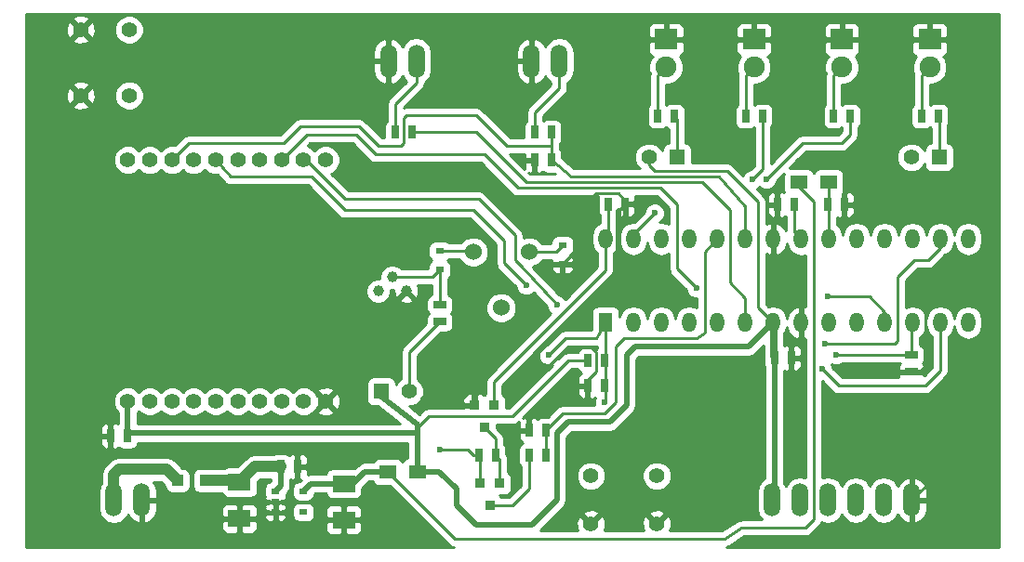
<source format=gbr>
G04 #@! TF.FileFunction,Copper,L1,Top,Signal*
%FSLAX46Y46*%
G04 Gerber Fmt 4.6, Leading zero omitted, Abs format (unit mm)*
G04 Created by KiCad (PCBNEW 4.0.5-e0-6337~49~ubuntu14.04.1) date Tue Jan 31 14:11:35 2017*
%MOMM*%
%LPD*%
G01*
G04 APERTURE LIST*
%ADD10C,0.100000*%
%ADD11O,1.506220X3.014980*%
%ADD12R,0.635000X1.143000*%
%ADD13R,2.032000X1.524000*%
%ADD14R,2.000000X1.900000*%
%ADD15C,1.900000*%
%ADD16R,0.800000X0.600000*%
%ADD17R,1.000000X1.000000*%
%ADD18R,1.500000X1.300000*%
%ADD19R,0.914400X0.914400*%
%ADD20R,1.143000X0.635000*%
%ADD21C,1.524000*%
%ADD22C,1.397000*%
%ADD23R,0.762000X0.508000*%
%ADD24R,1.397000X1.397000*%
%ADD25C,1.400000*%
%ADD26R,1.300000X1.778000*%
%ADD27O,1.300000X1.778000*%
%ADD28C,1.000760*%
%ADD29C,0.600000*%
%ADD30C,0.250000*%
%ADD31C,0.500000*%
%ADD32C,1.000000*%
%ADD33C,0.254000*%
G04 APERTURE END LIST*
D10*
D11*
X86270000Y-55000000D03*
X83730000Y-55000000D03*
D12*
X103378000Y-84582000D03*
X101854000Y-84582000D03*
X120650000Y-68072000D03*
X119126000Y-68072000D03*
X118872000Y-82042000D03*
X120396000Y-82042000D03*
X123698000Y-68072000D03*
X125222000Y-68072000D03*
X59944000Y-89154000D03*
X58420000Y-89154000D03*
D13*
X79660000Y-93499000D03*
X79660000Y-96801000D03*
X70160000Y-93369000D03*
X70160000Y-96671000D03*
D14*
X117000000Y-53000000D03*
D15*
X117000000Y-55540000D03*
D16*
X88392000Y-72302000D03*
X88392000Y-74002000D03*
D14*
X133000000Y-53000000D03*
D15*
X133000000Y-55540000D03*
D16*
X99568000Y-73494000D03*
X99568000Y-71794000D03*
D14*
X125000000Y-53000000D03*
D15*
X125000000Y-55540000D03*
D14*
X109000000Y-53000000D03*
D15*
X109000000Y-55540000D03*
D17*
X67036000Y-93218000D03*
X64536000Y-93218000D03*
D18*
X86350000Y-92420000D03*
X83650000Y-92420000D03*
X123778000Y-66040000D03*
X121078000Y-66040000D03*
D11*
X131350000Y-95000000D03*
X128810000Y-95000000D03*
X126270000Y-95000000D03*
X123730000Y-95000000D03*
X121190000Y-95000000D03*
X118650000Y-95000000D03*
X58730000Y-95000000D03*
X61270000Y-95000000D03*
X99270000Y-55000000D03*
X96730000Y-55000000D03*
D19*
X91567000Y-86360000D03*
X93345000Y-86360000D03*
X92456000Y-88392000D03*
X92075000Y-93472000D03*
X93853000Y-93472000D03*
X92964000Y-95504000D03*
D12*
X101854000Y-82296000D03*
X103378000Y-82296000D03*
D20*
X88392000Y-78740000D03*
X88392000Y-77216000D03*
D12*
X116238000Y-60000000D03*
X117762000Y-60000000D03*
X132238000Y-60000000D03*
X133762000Y-60000000D03*
X124238000Y-60000000D03*
X125762000Y-60000000D03*
X108238000Y-60000000D03*
X109762000Y-60000000D03*
D20*
X131318000Y-81788000D03*
X131318000Y-83312000D03*
D12*
X103738000Y-68000000D03*
X105262000Y-68000000D03*
X91948000Y-90932000D03*
X93472000Y-90932000D03*
X97028000Y-61468000D03*
X98552000Y-61468000D03*
X84328000Y-61468000D03*
X85852000Y-61468000D03*
X96520000Y-90932000D03*
X98044000Y-90932000D03*
X98044000Y-88646000D03*
X96520000Y-88646000D03*
X98552000Y-64008000D03*
X97028000Y-64008000D03*
D21*
X96520000Y-72390000D03*
X93980000Y-77470000D03*
X91440000Y-72390000D03*
D22*
X60112000Y-58118000D03*
X55712000Y-58118000D03*
X60112000Y-52118000D03*
X55712000Y-52118000D03*
D23*
X73440000Y-94197500D03*
X73440000Y-96102500D03*
X75980000Y-94197500D03*
X73440000Y-95150000D03*
X75980000Y-96102500D03*
D24*
X83058000Y-85090000D03*
D22*
X85598000Y-85090000D03*
D25*
X60000000Y-63999260D03*
X68001000Y-63999260D03*
X71998960Y-63999260D03*
X69999980Y-63999260D03*
X64000500Y-63999260D03*
X65999480Y-63999260D03*
X61998980Y-63999260D03*
X75999460Y-63999260D03*
X78000980Y-63999260D03*
X74000480Y-63999260D03*
X74000480Y-86000740D03*
X78000980Y-86000740D03*
X75999460Y-86000740D03*
X61998980Y-86000740D03*
X65999480Y-86000740D03*
X64000500Y-86000740D03*
X69999980Y-86000740D03*
X71998960Y-86000740D03*
X68001000Y-86000740D03*
X60000000Y-86000740D03*
D26*
X103490000Y-78810000D03*
D27*
X106030000Y-78810000D03*
X108570000Y-78810000D03*
X111110000Y-78810000D03*
X113650000Y-78810000D03*
X116190000Y-78810000D03*
X118730000Y-78810000D03*
X121270000Y-78810000D03*
X123810000Y-78810000D03*
X126350000Y-78810000D03*
X128890000Y-78810000D03*
X131430000Y-78810000D03*
X133970000Y-78810000D03*
X136510000Y-78810000D03*
X136510000Y-71190000D03*
X133970000Y-71190000D03*
X131430000Y-71190000D03*
X128890000Y-71190000D03*
X126350000Y-71190000D03*
X123810000Y-71190000D03*
X121270000Y-71190000D03*
X118730000Y-71190000D03*
X116190000Y-71190000D03*
X113650000Y-71190000D03*
X111110000Y-71190000D03*
X108570000Y-71190000D03*
X106030000Y-71190000D03*
X103490000Y-71190000D03*
D28*
X84074000Y-74676000D03*
X85344000Y-75946000D03*
X82804000Y-75946000D03*
D24*
X133858000Y-63754000D03*
D22*
X131318000Y-63754000D03*
D24*
X109982000Y-63754000D03*
D22*
X107442000Y-63754000D03*
D12*
X73914000Y-91948000D03*
X75438000Y-91948000D03*
D22*
X108156000Y-92796000D03*
X108156000Y-97196000D03*
X102156000Y-92796000D03*
X102156000Y-97196000D03*
D29*
X98298000Y-81788000D03*
X103378000Y-86106000D03*
X91948000Y-84582000D03*
X97536000Y-86614000D03*
X95504000Y-64008000D03*
X88392000Y-90424000D03*
X99060000Y-77216000D03*
X96266000Y-75438000D03*
X124460000Y-81788000D03*
X123190000Y-83058000D03*
X107950000Y-68834000D03*
X116840000Y-65786000D03*
X118110000Y-65786000D03*
X123444000Y-80772000D03*
X111760000Y-75692000D03*
X123698000Y-76454000D03*
D30*
X102616000Y-80264000D02*
X103490000Y-78810000D01*
X98298000Y-81788000D02*
X99822000Y-80264000D01*
X99822000Y-80264000D02*
X102616000Y-80264000D01*
X103478000Y-82394000D02*
X103478000Y-84540000D01*
X103490000Y-78810000D02*
X103490000Y-82382000D01*
X103490000Y-82382000D02*
X103478000Y-82394000D01*
X103478000Y-84540000D02*
X103478000Y-86006000D01*
X103478000Y-86006000D02*
X103378000Y-86106000D01*
D31*
X96520000Y-88646000D02*
X96520000Y-87630000D01*
X91567000Y-84963000D02*
X91567000Y-86360000D01*
X91948000Y-84582000D02*
X91567000Y-84963000D01*
X96520000Y-87630000D02*
X97536000Y-86614000D01*
D30*
X97028000Y-64008000D02*
X95504000Y-64008000D01*
X131318000Y-83312000D02*
X132080000Y-83312000D01*
X138430000Y-87920000D02*
X131350000Y-95000000D01*
X138430000Y-77978000D02*
X138430000Y-87920000D01*
X137160000Y-76708000D02*
X138430000Y-77978000D01*
X133604000Y-76708000D02*
X137160000Y-76708000D01*
X132588000Y-77724000D02*
X133604000Y-76708000D01*
X132588000Y-82804000D02*
X132588000Y-77724000D01*
X132080000Y-83312000D02*
X132588000Y-82804000D01*
X105262000Y-68000000D02*
X105262000Y-67670000D01*
X105262000Y-67670000D02*
X104648000Y-67056000D01*
X101346000Y-71716000D02*
X99568000Y-73494000D01*
X101346000Y-68326000D02*
X101346000Y-71716000D01*
X102616000Y-67056000D02*
X101346000Y-68326000D01*
X104648000Y-67056000D02*
X102616000Y-67056000D01*
X101854000Y-84582000D02*
X101854000Y-84074000D01*
X101854000Y-84074000D02*
X102616000Y-83312000D01*
X102616000Y-83312000D02*
X102616000Y-81534000D01*
X102616000Y-81534000D02*
X102108000Y-81026000D01*
X102108000Y-81026000D02*
X100076000Y-81026000D01*
X100076000Y-81026000D02*
X98298000Y-82804000D01*
X98298000Y-82804000D02*
X97282000Y-82804000D01*
X97282000Y-82804000D02*
X96774000Y-82296000D01*
X96774000Y-82296000D02*
X97028000Y-81788000D01*
D31*
X97028000Y-81788000D02*
X104648000Y-74168000D01*
X104648000Y-74168000D02*
X104648000Y-68614000D01*
D30*
X104648000Y-68614000D02*
X105262000Y-68000000D01*
X120650000Y-68072000D02*
X120650000Y-70570000D01*
X120650000Y-70570000D02*
X121270000Y-71190000D01*
X84074000Y-74676000D02*
X87718000Y-74676000D01*
X87718000Y-74676000D02*
X88392000Y-74002000D01*
X88392000Y-77216000D02*
X88392000Y-74002000D01*
D31*
X118730000Y-81900000D02*
X118872000Y-82042000D01*
X118730000Y-78810000D02*
X118730000Y-81900000D01*
X99056000Y-95000000D02*
X99056000Y-88904000D01*
X88356000Y-92420000D02*
X89916000Y-93980000D01*
X89916000Y-93980000D02*
X89916000Y-95504000D01*
X89916000Y-95504000D02*
X91694000Y-97282000D01*
X91694000Y-97282000D02*
X96774000Y-97282000D01*
X96774000Y-97282000D02*
X99056000Y-95000000D01*
X86350000Y-92420000D02*
X88356000Y-92420000D01*
X116514000Y-81026000D02*
X118730000Y-78810000D01*
X106172000Y-81026000D02*
X116514000Y-81026000D01*
X105410000Y-81788000D02*
X106172000Y-81026000D01*
X105410000Y-86360000D02*
X105410000Y-81788000D01*
X103886000Y-87884000D02*
X105410000Y-86360000D01*
X100076000Y-87884000D02*
X103886000Y-87884000D01*
X99056000Y-88904000D02*
X100076000Y-87884000D01*
D30*
X101854000Y-82296000D02*
X100076000Y-82296000D01*
X87376000Y-87376000D02*
X86350000Y-88402000D01*
X94996000Y-87376000D02*
X87376000Y-87376000D01*
X100076000Y-82296000D02*
X94996000Y-87376000D01*
X107442000Y-63754000D02*
X107442000Y-64516000D01*
X107442000Y-64516000D02*
X107950000Y-65024000D01*
X107950000Y-65024000D02*
X114554000Y-65024000D01*
X114554000Y-65024000D02*
X117348000Y-67818000D01*
X117348000Y-67818000D02*
X117348000Y-77428000D01*
X117348000Y-77428000D02*
X118730000Y-78810000D01*
D31*
X118650000Y-95000000D02*
X118872000Y-94778000D01*
X118872000Y-94778000D02*
X118872000Y-78952000D01*
X118872000Y-78952000D02*
X118730000Y-78810000D01*
X60000000Y-86000740D02*
X60000000Y-89098000D01*
X60000000Y-89098000D02*
X60198000Y-88900000D01*
X60198000Y-88900000D02*
X86350000Y-88900000D01*
X86350000Y-92420000D02*
X86350000Y-88900000D01*
X86350000Y-88900000D02*
X86350000Y-88402000D01*
X86350000Y-88402000D02*
X86350000Y-88128000D01*
X83058000Y-85598000D02*
X83058000Y-85090000D01*
X86350000Y-88128000D02*
X83058000Y-85598000D01*
D30*
X123778000Y-66040000D02*
X123778000Y-67992000D01*
X123778000Y-67992000D02*
X123810000Y-68024000D01*
X123810000Y-68024000D02*
X123810000Y-71190000D01*
X121078000Y-66040000D02*
X121078000Y-66468000D01*
X121078000Y-66468000D02*
X122428000Y-67818000D01*
X122428000Y-67818000D02*
X122428000Y-96774000D01*
X122428000Y-96774000D02*
X121666000Y-97536000D01*
X121666000Y-97536000D02*
X115824000Y-97536000D01*
X115824000Y-97536000D02*
X114300000Y-98552000D01*
X114300000Y-98552000D02*
X99822000Y-98552000D01*
X99822000Y-98552000D02*
X97282000Y-98552000D01*
X97282000Y-98552000D02*
X89782000Y-98552000D01*
X89782000Y-98552000D02*
X83650000Y-92420000D01*
D31*
X79660000Y-93499000D02*
X80491000Y-93499000D01*
X80491000Y-93499000D02*
X81570000Y-92420000D01*
X81570000Y-92420000D02*
X83650000Y-92420000D01*
X75980000Y-94197500D02*
X75982500Y-94197500D01*
X75982500Y-94197500D02*
X76681000Y-93499000D01*
X76681000Y-93499000D02*
X79660000Y-93499000D01*
D32*
X67036000Y-93218000D02*
X70009000Y-93218000D01*
X70009000Y-93218000D02*
X70160000Y-93369000D01*
D31*
X73914000Y-91948000D02*
X73914000Y-93723500D01*
X73914000Y-93723500D02*
X73440000Y-94197500D01*
D32*
X73914000Y-91948000D02*
X71581000Y-91948000D01*
X71581000Y-91948000D02*
X70160000Y-93369000D01*
D30*
X116238000Y-60000000D02*
X116238000Y-56302000D01*
X116238000Y-56302000D02*
X117000000Y-55540000D01*
X88392000Y-72302000D02*
X91352000Y-72302000D01*
X91352000Y-72302000D02*
X91440000Y-72390000D01*
X132238000Y-60000000D02*
X132238000Y-56302000D01*
X132238000Y-56302000D02*
X133000000Y-55540000D01*
X96520000Y-72390000D02*
X98972000Y-72390000D01*
X98972000Y-72390000D02*
X99568000Y-71794000D01*
X124238000Y-60000000D02*
X124238000Y-56302000D01*
X124238000Y-56302000D02*
X125000000Y-55540000D01*
X108238000Y-60000000D02*
X108238000Y-56302000D01*
X108238000Y-56302000D02*
X109000000Y-55540000D01*
D32*
X58730000Y-95000000D02*
X58730000Y-92654000D01*
X63520000Y-92202000D02*
X64536000Y-93218000D01*
X59182000Y-92202000D02*
X63520000Y-92202000D01*
X58730000Y-92654000D02*
X59182000Y-92202000D01*
D30*
X92075000Y-93472000D02*
X92075000Y-91059000D01*
X92075000Y-91059000D02*
X91948000Y-90932000D01*
X91440000Y-90932000D02*
X91948000Y-90932000D01*
X90932000Y-90424000D02*
X91440000Y-90932000D01*
X88392000Y-90424000D02*
X90932000Y-90424000D01*
X79756000Y-67564000D02*
X76191260Y-63999260D01*
X91948000Y-67564000D02*
X79756000Y-67564000D01*
X95250000Y-70866000D02*
X91948000Y-67564000D01*
X95250000Y-73152000D02*
X95250000Y-70866000D01*
X95758000Y-73660000D02*
X95250000Y-73152000D01*
X99060000Y-77216000D02*
X95758000Y-73660000D01*
X76191260Y-63999260D02*
X75999460Y-63999260D01*
X68001000Y-63999260D02*
X69342000Y-65532000D01*
X94234000Y-73406000D02*
X96266000Y-75438000D01*
X94234000Y-71374000D02*
X94234000Y-73406000D01*
X91440000Y-68580000D02*
X94234000Y-71374000D01*
X76708000Y-65532000D02*
X79756000Y-68580000D01*
X79756000Y-68580000D02*
X91440000Y-68580000D01*
X69342000Y-65532000D02*
X76708000Y-65532000D01*
X85852000Y-61468000D02*
X91694000Y-61468000D01*
X116190000Y-76566000D02*
X116190000Y-78810000D01*
X114808000Y-75184000D02*
X116190000Y-76566000D01*
X114808000Y-68580000D02*
X114808000Y-75184000D01*
X112268000Y-66040000D02*
X114808000Y-68580000D01*
X96266000Y-66040000D02*
X112268000Y-66040000D01*
X91694000Y-61468000D02*
X96266000Y-66040000D01*
X131318000Y-81788000D02*
X124460000Y-81788000D01*
X131318000Y-81788000D02*
X131318000Y-78922000D01*
X131318000Y-78922000D02*
X131430000Y-78810000D01*
X133970000Y-83200000D02*
X133970000Y-78810000D01*
X132588000Y-84582000D02*
X133970000Y-83200000D01*
X124714000Y-84582000D02*
X132588000Y-84582000D01*
X123190000Y-83058000D02*
X124714000Y-84582000D01*
X97028000Y-61468000D02*
X97028000Y-59690000D01*
X99270000Y-57448000D02*
X99270000Y-55000000D01*
X97028000Y-59690000D02*
X99270000Y-57448000D01*
X84328000Y-61468000D02*
X84328000Y-58928000D01*
X86270000Y-56986000D02*
X86270000Y-55000000D01*
X84328000Y-58928000D02*
X86270000Y-56986000D01*
X92964000Y-95504000D02*
X94996000Y-95504000D01*
X96520000Y-93980000D02*
X96520000Y-90932000D01*
X94996000Y-95504000D02*
X96520000Y-93980000D01*
X85598000Y-85090000D02*
X85598000Y-81534000D01*
X85598000Y-81534000D02*
X88392000Y-78740000D01*
X106030000Y-71190000D02*
X106030000Y-70754000D01*
X106030000Y-70754000D02*
X107950000Y-68834000D01*
X116840000Y-65786000D02*
X117762000Y-64864000D01*
X117762000Y-64864000D02*
X117762000Y-60000000D01*
X118110000Y-65786000D02*
X121412000Y-62484000D01*
X121412000Y-62484000D02*
X124968000Y-62484000D01*
X124968000Y-62484000D02*
X125762000Y-61690000D01*
X125762000Y-61690000D02*
X125762000Y-60000000D01*
X98552000Y-62738000D02*
X94488000Y-62738000D01*
X65515760Y-62484000D02*
X64000500Y-63999260D01*
X74168000Y-62484000D02*
X65515760Y-62484000D01*
X75692000Y-60960000D02*
X74168000Y-62484000D01*
X81026000Y-60960000D02*
X75692000Y-60960000D01*
X82804000Y-62738000D02*
X81026000Y-60960000D01*
X84836000Y-62738000D02*
X82804000Y-62738000D01*
X85090000Y-62484000D02*
X84836000Y-62738000D01*
X85090000Y-60198000D02*
X85090000Y-62484000D01*
X85344000Y-59944000D02*
X85090000Y-60198000D01*
X91694000Y-59944000D02*
X85344000Y-59944000D01*
X94488000Y-62738000D02*
X91694000Y-59944000D01*
X116190000Y-71190000D02*
X116190000Y-68184000D01*
X100330000Y-65532000D02*
X98552000Y-64008000D01*
X113792000Y-65532000D02*
X100330000Y-65532000D01*
X116190000Y-68184000D02*
X113792000Y-65532000D01*
X98552000Y-61468000D02*
X98552000Y-62738000D01*
X98552000Y-62738000D02*
X98552000Y-64008000D01*
X133970000Y-71190000D02*
X133970000Y-72024000D01*
X133970000Y-72024000D02*
X132842000Y-73152000D01*
X132842000Y-73152000D02*
X131572000Y-73152000D01*
X131572000Y-73152000D02*
X130048000Y-74676000D01*
X130048000Y-74676000D02*
X130048000Y-80518000D01*
X130048000Y-80518000D02*
X129794000Y-80772000D01*
X129794000Y-80772000D02*
X123444000Y-80772000D01*
X103490000Y-71190000D02*
X103490000Y-74056000D01*
X93345000Y-84201000D02*
X93345000Y-86360000D01*
X103490000Y-74056000D02*
X93345000Y-84201000D01*
X103738000Y-68000000D02*
X103738000Y-70942000D01*
X103738000Y-70942000D02*
X103490000Y-71190000D01*
X128890000Y-78810000D02*
X128890000Y-77836000D01*
X76277740Y-61722000D02*
X74000480Y-63999260D01*
X80772000Y-61722000D02*
X76277740Y-61722000D01*
X82550000Y-63500000D02*
X80772000Y-61722000D01*
X92456000Y-63500000D02*
X82550000Y-63500000D01*
X95504000Y-66548000D02*
X92456000Y-63500000D01*
X108458000Y-66548000D02*
X95504000Y-66548000D01*
X109982000Y-68072000D02*
X108458000Y-66548000D01*
X109982000Y-73914000D02*
X109982000Y-68072000D01*
X111760000Y-75692000D02*
X109982000Y-73914000D01*
X127508000Y-76454000D02*
X123698000Y-76454000D01*
X128890000Y-77836000D02*
X127508000Y-76454000D01*
X93472000Y-90932000D02*
X93472000Y-89408000D01*
X93472000Y-89408000D02*
X92456000Y-88392000D01*
X93853000Y-93472000D02*
X93853000Y-91313000D01*
X93853000Y-91313000D02*
X93472000Y-90932000D01*
X98044000Y-90932000D02*
X98044000Y-88646000D01*
X98044000Y-88646000D02*
X99568000Y-87122000D01*
X99568000Y-87122000D02*
X103378000Y-87122000D01*
X103378000Y-87122000D02*
X103378000Y-87122000D01*
X103378000Y-87122000D02*
X104394000Y-86106000D01*
X104394000Y-86106000D02*
X104394000Y-81026000D01*
X104394000Y-81026000D02*
X105156000Y-80264000D01*
X105156000Y-80264000D02*
X111760000Y-80264000D01*
X111760000Y-80264000D02*
X112522000Y-79756000D01*
X112522000Y-79756000D02*
X112522000Y-72318000D01*
X112522000Y-72318000D02*
X113650000Y-71190000D01*
X133858000Y-63754000D02*
X133858000Y-60096000D01*
X133858000Y-60096000D02*
X133762000Y-60000000D01*
X109982000Y-63754000D02*
X109982000Y-60220000D01*
X109982000Y-60220000D02*
X109762000Y-60000000D01*
D33*
G36*
X139290000Y-99290000D02*
X114465773Y-99290000D01*
X114517038Y-99268828D01*
X114590839Y-99254148D01*
X114652749Y-99212781D01*
X114721572Y-99184358D01*
X116054109Y-98296000D01*
X121666000Y-98296000D01*
X121956839Y-98238148D01*
X122203401Y-98073401D01*
X122965401Y-97311401D01*
X123130148Y-97064839D01*
X123135750Y-97036676D01*
X123198793Y-97078800D01*
X123730000Y-97184464D01*
X124261207Y-97078800D01*
X124711542Y-96777896D01*
X125000000Y-96346188D01*
X125288458Y-96777896D01*
X125738793Y-97078800D01*
X126270000Y-97184464D01*
X126801207Y-97078800D01*
X127251542Y-96777896D01*
X127540000Y-96346188D01*
X127828458Y-96777896D01*
X128278793Y-97078800D01*
X128810000Y-97184464D01*
X129341207Y-97078800D01*
X129791542Y-96777896D01*
X130092446Y-96327561D01*
X130093016Y-96324694D01*
X130116154Y-96402919D01*
X130458260Y-96825724D01*
X130936125Y-97085427D01*
X131008326Y-97099783D01*
X131223000Y-96977162D01*
X131223000Y-95127000D01*
X131477000Y-95127000D01*
X131477000Y-96977162D01*
X131691674Y-97099783D01*
X131763875Y-97085427D01*
X132241740Y-96825724D01*
X132583846Y-96402919D01*
X132738110Y-95881380D01*
X132738110Y-95127000D01*
X131477000Y-95127000D01*
X131223000Y-95127000D01*
X131203000Y-95127000D01*
X131203000Y-94873000D01*
X131223000Y-94873000D01*
X131223000Y-93022838D01*
X131477000Y-93022838D01*
X131477000Y-94873000D01*
X132738110Y-94873000D01*
X132738110Y-94118620D01*
X132583846Y-93597081D01*
X132241740Y-93174276D01*
X131763875Y-92914573D01*
X131691674Y-92900217D01*
X131477000Y-93022838D01*
X131223000Y-93022838D01*
X131008326Y-92900217D01*
X130936125Y-92914573D01*
X130458260Y-93174276D01*
X130116154Y-93597081D01*
X130093016Y-93675306D01*
X130092446Y-93672439D01*
X129791542Y-93222104D01*
X129341207Y-92921200D01*
X128810000Y-92815536D01*
X128278793Y-92921200D01*
X127828458Y-93222104D01*
X127540000Y-93653812D01*
X127251542Y-93222104D01*
X126801207Y-92921200D01*
X126270000Y-92815536D01*
X125738793Y-92921200D01*
X125288458Y-93222104D01*
X125000000Y-93653812D01*
X124711542Y-93222104D01*
X124261207Y-92921200D01*
X123730000Y-92815536D01*
X123198793Y-92921200D01*
X123188000Y-92928412D01*
X123188000Y-84130802D01*
X124176599Y-85119401D01*
X124423160Y-85284148D01*
X124471414Y-85293746D01*
X124714000Y-85342000D01*
X132588000Y-85342000D01*
X132878839Y-85284148D01*
X133125401Y-85119401D01*
X134507401Y-83737401D01*
X134672148Y-83490839D01*
X134730000Y-83200000D01*
X134730000Y-80086802D01*
X134878632Y-79987489D01*
X135157185Y-79570605D01*
X135240000Y-79154267D01*
X135322815Y-79570605D01*
X135601368Y-79987489D01*
X136018252Y-80266042D01*
X136510000Y-80363857D01*
X137001748Y-80266042D01*
X137418632Y-79987489D01*
X137697185Y-79570605D01*
X137795000Y-79078857D01*
X137795000Y-78541143D01*
X137697185Y-78049395D01*
X137418632Y-77632511D01*
X137001748Y-77353958D01*
X136510000Y-77256143D01*
X136018252Y-77353958D01*
X135601368Y-77632511D01*
X135322815Y-78049395D01*
X135240000Y-78465733D01*
X135157185Y-78049395D01*
X134878632Y-77632511D01*
X134461748Y-77353958D01*
X133970000Y-77256143D01*
X133478252Y-77353958D01*
X133061368Y-77632511D01*
X132782815Y-78049395D01*
X132700000Y-78465733D01*
X132617185Y-78049395D01*
X132338632Y-77632511D01*
X131921748Y-77353958D01*
X131430000Y-77256143D01*
X130938252Y-77353958D01*
X130808000Y-77440990D01*
X130808000Y-74990802D01*
X131886802Y-73912000D01*
X132842000Y-73912000D01*
X133132839Y-73854148D01*
X133379401Y-73689401D01*
X134413079Y-72655723D01*
X134461748Y-72646042D01*
X134878632Y-72367489D01*
X135157185Y-71950605D01*
X135240000Y-71534267D01*
X135322815Y-71950605D01*
X135601368Y-72367489D01*
X136018252Y-72646042D01*
X136510000Y-72743857D01*
X137001748Y-72646042D01*
X137418632Y-72367489D01*
X137697185Y-71950605D01*
X137795000Y-71458857D01*
X137795000Y-70921143D01*
X137697185Y-70429395D01*
X137418632Y-70012511D01*
X137001748Y-69733958D01*
X136510000Y-69636143D01*
X136018252Y-69733958D01*
X135601368Y-70012511D01*
X135322815Y-70429395D01*
X135240000Y-70845733D01*
X135157185Y-70429395D01*
X134878632Y-70012511D01*
X134461748Y-69733958D01*
X133970000Y-69636143D01*
X133478252Y-69733958D01*
X133061368Y-70012511D01*
X132782815Y-70429395D01*
X132700000Y-70845733D01*
X132617185Y-70429395D01*
X132338632Y-70012511D01*
X131921748Y-69733958D01*
X131430000Y-69636143D01*
X130938252Y-69733958D01*
X130521368Y-70012511D01*
X130242815Y-70429395D01*
X130160000Y-70845733D01*
X130077185Y-70429395D01*
X129798632Y-70012511D01*
X129381748Y-69733958D01*
X128890000Y-69636143D01*
X128398252Y-69733958D01*
X127981368Y-70012511D01*
X127702815Y-70429395D01*
X127620000Y-70845733D01*
X127537185Y-70429395D01*
X127258632Y-70012511D01*
X126841748Y-69733958D01*
X126350000Y-69636143D01*
X125858252Y-69733958D01*
X125441368Y-70012511D01*
X125162815Y-70429395D01*
X125080000Y-70845733D01*
X124997185Y-70429395D01*
X124718632Y-70012511D01*
X124570000Y-69913198D01*
X124570000Y-69192264D01*
X124778191Y-69278500D01*
X124936250Y-69278500D01*
X125095000Y-69119750D01*
X125095000Y-68199000D01*
X125349000Y-68199000D01*
X125349000Y-69119750D01*
X125507750Y-69278500D01*
X125665809Y-69278500D01*
X125899198Y-69181827D01*
X126077827Y-69003199D01*
X126174500Y-68769810D01*
X126174500Y-68357750D01*
X126015750Y-68199000D01*
X125349000Y-68199000D01*
X125095000Y-68199000D01*
X125075000Y-68199000D01*
X125075000Y-67945000D01*
X125095000Y-67945000D01*
X125095000Y-67024250D01*
X125349000Y-67024250D01*
X125349000Y-67945000D01*
X126015750Y-67945000D01*
X126174500Y-67786250D01*
X126174500Y-67374190D01*
X126077827Y-67140801D01*
X125899198Y-66962173D01*
X125665809Y-66865500D01*
X125507750Y-66865500D01*
X125349000Y-67024250D01*
X125095000Y-67024250D01*
X125079053Y-67008303D01*
X125124431Y-66941890D01*
X125175440Y-66690000D01*
X125175440Y-65390000D01*
X125131162Y-65154683D01*
X124992090Y-64938559D01*
X124779890Y-64793569D01*
X124528000Y-64742560D01*
X123028000Y-64742560D01*
X122792683Y-64786838D01*
X122576559Y-64925910D01*
X122431569Y-65138110D01*
X122428919Y-65151197D01*
X122292090Y-64938559D01*
X122079890Y-64793569D01*
X121828000Y-64742560D01*
X120328000Y-64742560D01*
X120205121Y-64765681D01*
X120952716Y-64018086D01*
X129984269Y-64018086D01*
X130186854Y-64508380D01*
X130561647Y-64883827D01*
X131051587Y-65087268D01*
X131582086Y-65087731D01*
X132072380Y-64885146D01*
X132447827Y-64510353D01*
X132512060Y-64355663D01*
X132512060Y-64452500D01*
X132556338Y-64687817D01*
X132695410Y-64903941D01*
X132907610Y-65048931D01*
X133159500Y-65099940D01*
X134556500Y-65099940D01*
X134791817Y-65055662D01*
X135007941Y-64916590D01*
X135152931Y-64704390D01*
X135203940Y-64452500D01*
X135203940Y-63055500D01*
X135159662Y-62820183D01*
X135020590Y-62604059D01*
X134808390Y-62459069D01*
X134618000Y-62420514D01*
X134618000Y-60908175D01*
X134675931Y-60823390D01*
X134726940Y-60571500D01*
X134726940Y-59428500D01*
X134682662Y-59193183D01*
X134543590Y-58977059D01*
X134331390Y-58832069D01*
X134079500Y-58781060D01*
X133444500Y-58781060D01*
X133209183Y-58825338D01*
X132998000Y-58961231D01*
X132998000Y-57124999D01*
X133313893Y-57125275D01*
X133896657Y-56884481D01*
X134342914Y-56439003D01*
X134584724Y-55856659D01*
X134585275Y-55226107D01*
X134344481Y-54643343D01*
X134239455Y-54538133D01*
X134359698Y-54488327D01*
X134538327Y-54309699D01*
X134635000Y-54076310D01*
X134635000Y-53285750D01*
X134476250Y-53127000D01*
X133127000Y-53127000D01*
X133127000Y-53147000D01*
X132873000Y-53147000D01*
X132873000Y-53127000D01*
X131523750Y-53127000D01*
X131365000Y-53285750D01*
X131365000Y-54076310D01*
X131461673Y-54309699D01*
X131640302Y-54488327D01*
X131760251Y-54538012D01*
X131657086Y-54640997D01*
X131415276Y-55223341D01*
X131414725Y-55853893D01*
X131517607Y-56102885D01*
X131478000Y-56302000D01*
X131478000Y-58958657D01*
X131469059Y-58964410D01*
X131324069Y-59176610D01*
X131273060Y-59428500D01*
X131273060Y-60571500D01*
X131317338Y-60806817D01*
X131456410Y-61022941D01*
X131668610Y-61167931D01*
X131920500Y-61218940D01*
X132555500Y-61218940D01*
X132790817Y-61174662D01*
X133002811Y-61038247D01*
X133098000Y-61103287D01*
X133098000Y-62419632D01*
X132924183Y-62452338D01*
X132708059Y-62591410D01*
X132563069Y-62803610D01*
X132512060Y-63055500D01*
X132512060Y-63151884D01*
X132449146Y-62999620D01*
X132074353Y-62624173D01*
X131584413Y-62420732D01*
X131053914Y-62420269D01*
X130563620Y-62622854D01*
X130188173Y-62997647D01*
X129984732Y-63487587D01*
X129984269Y-64018086D01*
X120952716Y-64018086D01*
X121726802Y-63244000D01*
X124968000Y-63244000D01*
X125258839Y-63186148D01*
X125505401Y-63021401D01*
X126299401Y-62227401D01*
X126464148Y-61980839D01*
X126522000Y-61690000D01*
X126522000Y-61041343D01*
X126530941Y-61035590D01*
X126675931Y-60823390D01*
X126726940Y-60571500D01*
X126726940Y-59428500D01*
X126682662Y-59193183D01*
X126543590Y-58977059D01*
X126331390Y-58832069D01*
X126079500Y-58781060D01*
X125444500Y-58781060D01*
X125209183Y-58825338D01*
X124998000Y-58961231D01*
X124998000Y-57124999D01*
X125313893Y-57125275D01*
X125896657Y-56884481D01*
X126342914Y-56439003D01*
X126584724Y-55856659D01*
X126585275Y-55226107D01*
X126344481Y-54643343D01*
X126239455Y-54538133D01*
X126359698Y-54488327D01*
X126538327Y-54309699D01*
X126635000Y-54076310D01*
X126635000Y-53285750D01*
X126476250Y-53127000D01*
X125127000Y-53127000D01*
X125127000Y-53147000D01*
X124873000Y-53147000D01*
X124873000Y-53127000D01*
X123523750Y-53127000D01*
X123365000Y-53285750D01*
X123365000Y-54076310D01*
X123461673Y-54309699D01*
X123640302Y-54488327D01*
X123760251Y-54538012D01*
X123657086Y-54640997D01*
X123415276Y-55223341D01*
X123414725Y-55853893D01*
X123517607Y-56102885D01*
X123478000Y-56302000D01*
X123478000Y-58958657D01*
X123469059Y-58964410D01*
X123324069Y-59176610D01*
X123273060Y-59428500D01*
X123273060Y-60571500D01*
X123317338Y-60806817D01*
X123456410Y-61022941D01*
X123668610Y-61167931D01*
X123920500Y-61218940D01*
X124555500Y-61218940D01*
X124790817Y-61174662D01*
X125002000Y-61038769D01*
X125002000Y-61375198D01*
X124653198Y-61724000D01*
X121412000Y-61724000D01*
X121121160Y-61781852D01*
X120874599Y-61946599D01*
X118522000Y-64299198D01*
X118522000Y-61041343D01*
X118530941Y-61035590D01*
X118675931Y-60823390D01*
X118726940Y-60571500D01*
X118726940Y-59428500D01*
X118682662Y-59193183D01*
X118543590Y-58977059D01*
X118331390Y-58832069D01*
X118079500Y-58781060D01*
X117444500Y-58781060D01*
X117209183Y-58825338D01*
X116998000Y-58961231D01*
X116998000Y-57124999D01*
X117313893Y-57125275D01*
X117896657Y-56884481D01*
X118342914Y-56439003D01*
X118584724Y-55856659D01*
X118585275Y-55226107D01*
X118344481Y-54643343D01*
X118239455Y-54538133D01*
X118359698Y-54488327D01*
X118538327Y-54309699D01*
X118635000Y-54076310D01*
X118635000Y-53285750D01*
X118476250Y-53127000D01*
X117127000Y-53127000D01*
X117127000Y-53147000D01*
X116873000Y-53147000D01*
X116873000Y-53127000D01*
X115523750Y-53127000D01*
X115365000Y-53285750D01*
X115365000Y-54076310D01*
X115461673Y-54309699D01*
X115640302Y-54488327D01*
X115760251Y-54538012D01*
X115657086Y-54640997D01*
X115415276Y-55223341D01*
X115414725Y-55853893D01*
X115517607Y-56102885D01*
X115478000Y-56302000D01*
X115478000Y-58958657D01*
X115469059Y-58964410D01*
X115324069Y-59176610D01*
X115273060Y-59428500D01*
X115273060Y-60571500D01*
X115317338Y-60806817D01*
X115456410Y-61022941D01*
X115668610Y-61167931D01*
X115920500Y-61218940D01*
X116555500Y-61218940D01*
X116790817Y-61174662D01*
X117002000Y-61038769D01*
X117002000Y-64549198D01*
X116700320Y-64850878D01*
X116654833Y-64850838D01*
X116311057Y-64992883D01*
X116047808Y-65255673D01*
X115992844Y-65388042D01*
X115091401Y-64486599D01*
X114844839Y-64321852D01*
X114554000Y-64264000D01*
X111327940Y-64264000D01*
X111327940Y-63055500D01*
X111283662Y-62820183D01*
X111144590Y-62604059D01*
X110932390Y-62459069D01*
X110742000Y-62420514D01*
X110742000Y-60220000D01*
X110726940Y-60144289D01*
X110726940Y-59428500D01*
X110682662Y-59193183D01*
X110543590Y-58977059D01*
X110331390Y-58832069D01*
X110079500Y-58781060D01*
X109444500Y-58781060D01*
X109209183Y-58825338D01*
X108998000Y-58961231D01*
X108998000Y-57124999D01*
X109313893Y-57125275D01*
X109896657Y-56884481D01*
X110342914Y-56439003D01*
X110584724Y-55856659D01*
X110585275Y-55226107D01*
X110344481Y-54643343D01*
X110239455Y-54538133D01*
X110359698Y-54488327D01*
X110538327Y-54309699D01*
X110635000Y-54076310D01*
X110635000Y-53285750D01*
X110476250Y-53127000D01*
X109127000Y-53127000D01*
X109127000Y-53147000D01*
X108873000Y-53147000D01*
X108873000Y-53127000D01*
X107523750Y-53127000D01*
X107365000Y-53285750D01*
X107365000Y-54076310D01*
X107461673Y-54309699D01*
X107640302Y-54488327D01*
X107760251Y-54538012D01*
X107657086Y-54640997D01*
X107415276Y-55223341D01*
X107414725Y-55853893D01*
X107517607Y-56102885D01*
X107478000Y-56302000D01*
X107478000Y-58958657D01*
X107469059Y-58964410D01*
X107324069Y-59176610D01*
X107273060Y-59428500D01*
X107273060Y-60571500D01*
X107317338Y-60806817D01*
X107456410Y-61022941D01*
X107668610Y-61167931D01*
X107920500Y-61218940D01*
X108555500Y-61218940D01*
X108790817Y-61174662D01*
X109002811Y-61038247D01*
X109192610Y-61167931D01*
X109222000Y-61173883D01*
X109222000Y-62419632D01*
X109048183Y-62452338D01*
X108832059Y-62591410D01*
X108687069Y-62803610D01*
X108636060Y-63055500D01*
X108636060Y-63151884D01*
X108573146Y-62999620D01*
X108198353Y-62624173D01*
X107708413Y-62420732D01*
X107177914Y-62420269D01*
X106687620Y-62622854D01*
X106312173Y-62997647D01*
X106108732Y-63487587D01*
X106108269Y-64018086D01*
X106310854Y-64508380D01*
X106574015Y-64772000D01*
X100611142Y-64772000D01*
X99516940Y-63834113D01*
X99516940Y-63436500D01*
X99472662Y-63201183D01*
X99333590Y-62985059D01*
X99312000Y-62970307D01*
X99312000Y-62509343D01*
X99320941Y-62503590D01*
X99465931Y-62291390D01*
X99516940Y-62039500D01*
X99516940Y-60896500D01*
X99472662Y-60661183D01*
X99333590Y-60445059D01*
X99121390Y-60300069D01*
X98869500Y-60249060D01*
X98234500Y-60249060D01*
X97999183Y-60293338D01*
X97788000Y-60429231D01*
X97788000Y-60004802D01*
X99807401Y-57985401D01*
X99972148Y-57738839D01*
X100030000Y-57448000D01*
X100030000Y-56925926D01*
X100251542Y-56777896D01*
X100552446Y-56327561D01*
X100658110Y-55796354D01*
X100658110Y-54203646D01*
X100552446Y-53672439D01*
X100251542Y-53222104D01*
X99801207Y-52921200D01*
X99270000Y-52815536D01*
X98738793Y-52921200D01*
X98288458Y-53222104D01*
X97987554Y-53672439D01*
X97986984Y-53675306D01*
X97963846Y-53597081D01*
X97621740Y-53174276D01*
X97143875Y-52914573D01*
X97071674Y-52900217D01*
X96857000Y-53022838D01*
X96857000Y-54873000D01*
X96877000Y-54873000D01*
X96877000Y-55127000D01*
X96857000Y-55127000D01*
X96857000Y-56977162D01*
X97071674Y-57099783D01*
X97143875Y-57085427D01*
X97621740Y-56825724D01*
X97963846Y-56402919D01*
X97986984Y-56324694D01*
X97987554Y-56327561D01*
X98288458Y-56777896D01*
X98510000Y-56925926D01*
X98510000Y-57133198D01*
X96490599Y-59152599D01*
X96325852Y-59399161D01*
X96268000Y-59690000D01*
X96268000Y-60426657D01*
X96259059Y-60432410D01*
X96114069Y-60644610D01*
X96063060Y-60896500D01*
X96063060Y-61978000D01*
X94802802Y-61978000D01*
X92231401Y-59406599D01*
X91984839Y-59241852D01*
X91694000Y-59184000D01*
X85344000Y-59184000D01*
X85097837Y-59232965D01*
X86807401Y-57523401D01*
X86972148Y-57276839D01*
X87030000Y-56986000D01*
X87030000Y-56925926D01*
X87251542Y-56777896D01*
X87552446Y-56327561D01*
X87658110Y-55796354D01*
X87658110Y-55127000D01*
X95341890Y-55127000D01*
X95341890Y-55881380D01*
X95496154Y-56402919D01*
X95838260Y-56825724D01*
X96316125Y-57085427D01*
X96388326Y-57099783D01*
X96603000Y-56977162D01*
X96603000Y-55127000D01*
X95341890Y-55127000D01*
X87658110Y-55127000D01*
X87658110Y-54203646D01*
X87641198Y-54118620D01*
X95341890Y-54118620D01*
X95341890Y-54873000D01*
X96603000Y-54873000D01*
X96603000Y-53022838D01*
X96388326Y-52900217D01*
X96316125Y-52914573D01*
X95838260Y-53174276D01*
X95496154Y-53597081D01*
X95341890Y-54118620D01*
X87641198Y-54118620D01*
X87552446Y-53672439D01*
X87251542Y-53222104D01*
X86801207Y-52921200D01*
X86270000Y-52815536D01*
X85738793Y-52921200D01*
X85288458Y-53222104D01*
X84987554Y-53672439D01*
X84986984Y-53675306D01*
X84963846Y-53597081D01*
X84621740Y-53174276D01*
X84143875Y-52914573D01*
X84071674Y-52900217D01*
X83857000Y-53022838D01*
X83857000Y-54873000D01*
X83877000Y-54873000D01*
X83877000Y-55127000D01*
X83857000Y-55127000D01*
X83857000Y-56977162D01*
X84071674Y-57099783D01*
X84143875Y-57085427D01*
X84621740Y-56825724D01*
X84963846Y-56402919D01*
X84986984Y-56324694D01*
X84987554Y-56327561D01*
X85288458Y-56777896D01*
X85357302Y-56823896D01*
X83790599Y-58390599D01*
X83625852Y-58637161D01*
X83568000Y-58928000D01*
X83568000Y-60426657D01*
X83559059Y-60432410D01*
X83414069Y-60644610D01*
X83363060Y-60896500D01*
X83363060Y-61978000D01*
X83118802Y-61978000D01*
X81563401Y-60422599D01*
X81316839Y-60257852D01*
X81026000Y-60200000D01*
X75692000Y-60200000D01*
X75449414Y-60248254D01*
X75401160Y-60257852D01*
X75154599Y-60422599D01*
X73853198Y-61724000D01*
X65515760Y-61724000D01*
X65224920Y-61781852D01*
X64978359Y-61946599D01*
X64260472Y-62664486D01*
X63736117Y-62664029D01*
X63245271Y-62866842D01*
X62999641Y-63112044D01*
X62756184Y-62868162D01*
X62265693Y-62664492D01*
X61734597Y-62664029D01*
X61243751Y-62866842D01*
X60999393Y-63110774D01*
X60757204Y-62868162D01*
X60266713Y-62664492D01*
X59735617Y-62664029D01*
X59244771Y-62866842D01*
X58868902Y-63242056D01*
X58665232Y-63732547D01*
X58664769Y-64263643D01*
X58867582Y-64754489D01*
X59242796Y-65130358D01*
X59733287Y-65334028D01*
X60264383Y-65334491D01*
X60755229Y-65131678D01*
X60999587Y-64887746D01*
X61241776Y-65130358D01*
X61732267Y-65334028D01*
X62263363Y-65334491D01*
X62754209Y-65131678D01*
X62999839Y-64886476D01*
X63243296Y-65130358D01*
X63733787Y-65334028D01*
X64264883Y-65334491D01*
X64755729Y-65131678D01*
X65000087Y-64887746D01*
X65242276Y-65130358D01*
X65732767Y-65334028D01*
X66263863Y-65334491D01*
X66754709Y-65131678D01*
X67000339Y-64886476D01*
X67243796Y-65130358D01*
X67734287Y-65334028D01*
X68159302Y-65334399D01*
X68770014Y-66032432D01*
X68790348Y-66048073D01*
X68804599Y-66069401D01*
X68907224Y-66137972D01*
X69005061Y-66213228D01*
X69029832Y-66219897D01*
X69051161Y-66234148D01*
X69172216Y-66258228D01*
X69291404Y-66290314D01*
X69316841Y-66286995D01*
X69342000Y-66292000D01*
X76393198Y-66292000D01*
X79218599Y-69117401D01*
X79465161Y-69282148D01*
X79756000Y-69340000D01*
X91125198Y-69340000D01*
X93474000Y-71688802D01*
X93474000Y-73406000D01*
X93531852Y-73696839D01*
X93696599Y-73943401D01*
X95330878Y-75577680D01*
X95330838Y-75623167D01*
X95472883Y-75966943D01*
X95735673Y-76230192D01*
X96079201Y-76372838D01*
X96451167Y-76373162D01*
X96794943Y-76231117D01*
X96957581Y-76068763D01*
X98124904Y-77325879D01*
X98124838Y-77401167D01*
X98266883Y-77744943D01*
X98496369Y-77974829D01*
X92807599Y-83663599D01*
X92642852Y-83910161D01*
X92585000Y-84201000D01*
X92585000Y-85343062D01*
X92449609Y-85430184D01*
X92383898Y-85364473D01*
X92150509Y-85267800D01*
X91852750Y-85267800D01*
X91694000Y-85426550D01*
X91694000Y-86233000D01*
X91714000Y-86233000D01*
X91714000Y-86487000D01*
X91694000Y-86487000D01*
X91694000Y-86507000D01*
X91440000Y-86507000D01*
X91440000Y-86487000D01*
X90633550Y-86487000D01*
X90504550Y-86616000D01*
X87376000Y-86616000D01*
X87085161Y-86673852D01*
X86838599Y-86838599D01*
X86528320Y-87148878D01*
X85584454Y-86423489D01*
X85862086Y-86423731D01*
X86352380Y-86221146D01*
X86727827Y-85846353D01*
X86756836Y-85776490D01*
X90474800Y-85776490D01*
X90474800Y-86074250D01*
X90633550Y-86233000D01*
X91440000Y-86233000D01*
X91440000Y-85426550D01*
X91281250Y-85267800D01*
X90983491Y-85267800D01*
X90750102Y-85364473D01*
X90571473Y-85543101D01*
X90474800Y-85776490D01*
X86756836Y-85776490D01*
X86931268Y-85356413D01*
X86931731Y-84825914D01*
X86729146Y-84335620D01*
X86358000Y-83963826D01*
X86358000Y-81848802D01*
X88501862Y-79704940D01*
X88963500Y-79704940D01*
X89198817Y-79660662D01*
X89414941Y-79521590D01*
X89559931Y-79309390D01*
X89610940Y-79057500D01*
X89610940Y-78422500D01*
X89566662Y-78187183D01*
X89430247Y-77975189D01*
X89559931Y-77785390D01*
X89567773Y-77746661D01*
X92582758Y-77746661D01*
X92794990Y-78260303D01*
X93187630Y-78653629D01*
X93700900Y-78866757D01*
X94256661Y-78867242D01*
X94770303Y-78655010D01*
X95163629Y-78262370D01*
X95376757Y-77749100D01*
X95377242Y-77193339D01*
X95165010Y-76679697D01*
X94772370Y-76286371D01*
X94259100Y-76073243D01*
X93703339Y-76072758D01*
X93189697Y-76284990D01*
X92796371Y-76677630D01*
X92583243Y-77190900D01*
X92582758Y-77746661D01*
X89567773Y-77746661D01*
X89610940Y-77533500D01*
X89610940Y-76898500D01*
X89566662Y-76663183D01*
X89427590Y-76447059D01*
X89215390Y-76302069D01*
X89152000Y-76289232D01*
X89152000Y-74824931D01*
X89243441Y-74766090D01*
X89388431Y-74553890D01*
X89439440Y-74302000D01*
X89439440Y-73702000D01*
X89395162Y-73466683D01*
X89256090Y-73250559D01*
X89110917Y-73151367D01*
X89243441Y-73066090D01*
X89246236Y-73062000D01*
X90206108Y-73062000D01*
X90254990Y-73180303D01*
X90647630Y-73573629D01*
X91160900Y-73786757D01*
X91716661Y-73787242D01*
X92230303Y-73575010D01*
X92623629Y-73182370D01*
X92836757Y-72669100D01*
X92837242Y-72113339D01*
X92625010Y-71599697D01*
X92232370Y-71206371D01*
X91719100Y-70993243D01*
X91163339Y-70992758D01*
X90649697Y-71204990D01*
X90312098Y-71542000D01*
X89243563Y-71542000D01*
X89043890Y-71405569D01*
X88792000Y-71354560D01*
X87992000Y-71354560D01*
X87756683Y-71398838D01*
X87540559Y-71537910D01*
X87395569Y-71750110D01*
X87344560Y-72002000D01*
X87344560Y-72602000D01*
X87388838Y-72837317D01*
X87527910Y-73053441D01*
X87673083Y-73152633D01*
X87540559Y-73237910D01*
X87395569Y-73450110D01*
X87344560Y-73702000D01*
X87344560Y-73916000D01*
X84919595Y-73916000D01*
X84717981Y-73714033D01*
X84300832Y-73540818D01*
X83849150Y-73540424D01*
X83431699Y-73712911D01*
X83112033Y-74032019D01*
X82938818Y-74449168D01*
X82938503Y-74810737D01*
X82579150Y-74810424D01*
X82161699Y-74982911D01*
X81842033Y-75302019D01*
X81668818Y-75719168D01*
X81668424Y-76170850D01*
X81840911Y-76588301D01*
X82160019Y-76907967D01*
X82577168Y-77081182D01*
X83028850Y-77081576D01*
X83446301Y-76909089D01*
X83619311Y-76736381D01*
X84733224Y-76736381D01*
X84770418Y-76951532D01*
X85198880Y-77094491D01*
X85649435Y-77062602D01*
X85917582Y-76951532D01*
X85954776Y-76736381D01*
X85344000Y-76125605D01*
X84733224Y-76736381D01*
X83619311Y-76736381D01*
X83765967Y-76589981D01*
X83939182Y-76172832D01*
X83939497Y-75811263D01*
X84196260Y-75811487D01*
X84227398Y-76251435D01*
X84338468Y-76519582D01*
X84553619Y-76556776D01*
X85164395Y-75946000D01*
X85150253Y-75931858D01*
X85329858Y-75752253D01*
X85344000Y-75766395D01*
X85358143Y-75752253D01*
X85537748Y-75931858D01*
X85523605Y-75946000D01*
X86134381Y-76556776D01*
X86349532Y-76519582D01*
X86492491Y-76091120D01*
X86460602Y-75640565D01*
X86375868Y-75436000D01*
X87632000Y-75436000D01*
X87632000Y-76286529D01*
X87585183Y-76295338D01*
X87369059Y-76434410D01*
X87224069Y-76646610D01*
X87173060Y-76898500D01*
X87173060Y-77533500D01*
X87217338Y-77768817D01*
X87353753Y-77980811D01*
X87224069Y-78170610D01*
X87173060Y-78422500D01*
X87173060Y-78884138D01*
X85060599Y-80996599D01*
X84895852Y-81243161D01*
X84838000Y-81534000D01*
X84838000Y-83964464D01*
X84468173Y-84333647D01*
X84403940Y-84488337D01*
X84403940Y-84391500D01*
X84359662Y-84156183D01*
X84220590Y-83940059D01*
X84008390Y-83795069D01*
X83756500Y-83744060D01*
X82359500Y-83744060D01*
X82124183Y-83788338D01*
X81908059Y-83927410D01*
X81763069Y-84139610D01*
X81712060Y-84391500D01*
X81712060Y-85788500D01*
X81756338Y-86023817D01*
X81895410Y-86239941D01*
X82107610Y-86384931D01*
X82359500Y-86435940D01*
X82695976Y-86435940D01*
X84750626Y-88015000D01*
X60885000Y-88015000D01*
X60885000Y-87003613D01*
X60999587Y-86889226D01*
X61241776Y-87131838D01*
X61732267Y-87335508D01*
X62263363Y-87335971D01*
X62754209Y-87133158D01*
X62999839Y-86887956D01*
X63243296Y-87131838D01*
X63733787Y-87335508D01*
X64264883Y-87335971D01*
X64755729Y-87133158D01*
X65000087Y-86889226D01*
X65242276Y-87131838D01*
X65732767Y-87335508D01*
X66263863Y-87335971D01*
X66754709Y-87133158D01*
X67000339Y-86887956D01*
X67243796Y-87131838D01*
X67734287Y-87335508D01*
X68265383Y-87335971D01*
X68756229Y-87133158D01*
X69000587Y-86889226D01*
X69242776Y-87131838D01*
X69733267Y-87335508D01*
X70264363Y-87335971D01*
X70755209Y-87133158D01*
X70999567Y-86889226D01*
X71241756Y-87131838D01*
X71732247Y-87335508D01*
X72263343Y-87335971D01*
X72754189Y-87133158D01*
X72999819Y-86887956D01*
X73243276Y-87131838D01*
X73733767Y-87335508D01*
X74264863Y-87335971D01*
X74755709Y-87133158D01*
X75000067Y-86889226D01*
X75242256Y-87131838D01*
X75732747Y-87335508D01*
X76263843Y-87335971D01*
X76754689Y-87133158D01*
X76952176Y-86936015D01*
X77245311Y-86936015D01*
X77307149Y-87171782D01*
X77808102Y-87348159D01*
X78338420Y-87319404D01*
X78694811Y-87171782D01*
X78756649Y-86936015D01*
X78000980Y-86180345D01*
X77245311Y-86936015D01*
X76952176Y-86936015D01*
X77130558Y-86757944D01*
X77177700Y-86644415D01*
X77821375Y-86000740D01*
X78180585Y-86000740D01*
X78936255Y-86756409D01*
X79172022Y-86694571D01*
X79348399Y-86193618D01*
X79319644Y-85663300D01*
X79172022Y-85306909D01*
X78936255Y-85245071D01*
X78180585Y-86000740D01*
X77821375Y-86000740D01*
X77178163Y-85357528D01*
X77131878Y-85245511D01*
X76952146Y-85065465D01*
X77245311Y-85065465D01*
X78000980Y-85821135D01*
X78756649Y-85065465D01*
X78694811Y-84829698D01*
X78193858Y-84653321D01*
X77663540Y-84682076D01*
X77307149Y-84829698D01*
X77245311Y-85065465D01*
X76952146Y-85065465D01*
X76756664Y-84869642D01*
X76266173Y-84665972D01*
X75735077Y-84665509D01*
X75244231Y-84868322D01*
X74999873Y-85112254D01*
X74757684Y-84869642D01*
X74267193Y-84665972D01*
X73736097Y-84665509D01*
X73245251Y-84868322D01*
X72999621Y-85113524D01*
X72756164Y-84869642D01*
X72265673Y-84665972D01*
X71734577Y-84665509D01*
X71243731Y-84868322D01*
X70999373Y-85112254D01*
X70757184Y-84869642D01*
X70266693Y-84665972D01*
X69735597Y-84665509D01*
X69244751Y-84868322D01*
X69000393Y-85112254D01*
X68758204Y-84869642D01*
X68267713Y-84665972D01*
X67736617Y-84665509D01*
X67245771Y-84868322D01*
X67000141Y-85113524D01*
X66756684Y-84869642D01*
X66266193Y-84665972D01*
X65735097Y-84665509D01*
X65244251Y-84868322D01*
X64999893Y-85112254D01*
X64757704Y-84869642D01*
X64267213Y-84665972D01*
X63736117Y-84665509D01*
X63245271Y-84868322D01*
X62999641Y-85113524D01*
X62756184Y-84869642D01*
X62265693Y-84665972D01*
X61734597Y-84665509D01*
X61243751Y-84868322D01*
X60999393Y-85112254D01*
X60757204Y-84869642D01*
X60266713Y-84665972D01*
X59735617Y-84665509D01*
X59244771Y-84868322D01*
X58868902Y-85243536D01*
X58665232Y-85734027D01*
X58664769Y-86265123D01*
X58867582Y-86755969D01*
X59115000Y-87003819D01*
X59115000Y-88061975D01*
X59097198Y-88044173D01*
X58863809Y-87947500D01*
X58705750Y-87947500D01*
X58547000Y-88106250D01*
X58547000Y-89027000D01*
X58567000Y-89027000D01*
X58567000Y-89281000D01*
X58547000Y-89281000D01*
X58547000Y-90201750D01*
X58705750Y-90360500D01*
X58863809Y-90360500D01*
X59097198Y-90263827D01*
X59175286Y-90185739D01*
X59374610Y-90321931D01*
X59626500Y-90372940D01*
X60261500Y-90372940D01*
X60496817Y-90328662D01*
X60712941Y-90189590D01*
X60857931Y-89977390D01*
X60896891Y-89785000D01*
X85465000Y-89785000D01*
X85465000Y-91147962D01*
X85364683Y-91166838D01*
X85148559Y-91305910D01*
X85003569Y-91518110D01*
X85000919Y-91531197D01*
X84864090Y-91318559D01*
X84651890Y-91173569D01*
X84400000Y-91122560D01*
X82900000Y-91122560D01*
X82664683Y-91166838D01*
X82448559Y-91305910D01*
X82303569Y-91518110D01*
X82300149Y-91535000D01*
X81570000Y-91535000D01*
X81231325Y-91602367D01*
X80944210Y-91794210D01*
X80944208Y-91794213D01*
X80648861Y-92089560D01*
X78644000Y-92089560D01*
X78408683Y-92133838D01*
X78192559Y-92272910D01*
X78047569Y-92485110D01*
X78021468Y-92614000D01*
X76681005Y-92614000D01*
X76681000Y-92613999D01*
X76378775Y-92674116D01*
X76390500Y-92645810D01*
X76390500Y-92233750D01*
X76231750Y-92075000D01*
X75565000Y-92075000D01*
X75565000Y-92995750D01*
X75723750Y-93154500D01*
X75773921Y-93154500D01*
X75632360Y-93296060D01*
X75599000Y-93296060D01*
X75363683Y-93340338D01*
X75147559Y-93479410D01*
X75002569Y-93691610D01*
X74951560Y-93943500D01*
X74951560Y-94451500D01*
X74995838Y-94686817D01*
X75134910Y-94902941D01*
X75347110Y-95047931D01*
X75599000Y-95098940D01*
X76361000Y-95098940D01*
X76596317Y-95054662D01*
X76812441Y-94915590D01*
X76957431Y-94703390D01*
X77008440Y-94451500D01*
X77008440Y-94423139D01*
X77047579Y-94384000D01*
X78019704Y-94384000D01*
X78040838Y-94496317D01*
X78179910Y-94712441D01*
X78392110Y-94857431D01*
X78644000Y-94908440D01*
X80676000Y-94908440D01*
X80911317Y-94864162D01*
X81127441Y-94725090D01*
X81272431Y-94512890D01*
X81323440Y-94261000D01*
X81323440Y-93918140D01*
X81936579Y-93305000D01*
X82296778Y-93305000D01*
X82296838Y-93305317D01*
X82435910Y-93521441D01*
X82648110Y-93666431D01*
X82900000Y-93717440D01*
X83872638Y-93717440D01*
X89244599Y-99089401D01*
X89491161Y-99254148D01*
X89671400Y-99290000D01*
X50710000Y-99290000D01*
X50710000Y-94203646D01*
X57341890Y-94203646D01*
X57341890Y-95796354D01*
X57447554Y-96327561D01*
X57748458Y-96777896D01*
X58198793Y-97078800D01*
X58730000Y-97184464D01*
X59261207Y-97078800D01*
X59711542Y-96777896D01*
X60012446Y-96327561D01*
X60013016Y-96324694D01*
X60036154Y-96402919D01*
X60378260Y-96825724D01*
X60856125Y-97085427D01*
X60928326Y-97099783D01*
X61143000Y-96977162D01*
X61143000Y-95127000D01*
X61397000Y-95127000D01*
X61397000Y-96977162D01*
X61611674Y-97099783D01*
X61683875Y-97085427D01*
X61920646Y-96956750D01*
X68509000Y-96956750D01*
X68509000Y-97559309D01*
X68605673Y-97792698D01*
X68784301Y-97971327D01*
X69017690Y-98068000D01*
X69874250Y-98068000D01*
X70033000Y-97909250D01*
X70033000Y-96798000D01*
X70287000Y-96798000D01*
X70287000Y-97909250D01*
X70445750Y-98068000D01*
X71302310Y-98068000D01*
X71535699Y-97971327D01*
X71714327Y-97792698D01*
X71811000Y-97559309D01*
X71811000Y-97086750D01*
X78009000Y-97086750D01*
X78009000Y-97689309D01*
X78105673Y-97922698D01*
X78284301Y-98101327D01*
X78517690Y-98198000D01*
X79374250Y-98198000D01*
X79533000Y-98039250D01*
X79533000Y-96928000D01*
X79787000Y-96928000D01*
X79787000Y-98039250D01*
X79945750Y-98198000D01*
X80802310Y-98198000D01*
X81035699Y-98101327D01*
X81214327Y-97922698D01*
X81311000Y-97689309D01*
X81311000Y-97086750D01*
X81152250Y-96928000D01*
X79787000Y-96928000D01*
X79533000Y-96928000D01*
X78167750Y-96928000D01*
X78009000Y-97086750D01*
X71811000Y-97086750D01*
X71811000Y-96956750D01*
X71652250Y-96798000D01*
X70287000Y-96798000D01*
X70033000Y-96798000D01*
X68667750Y-96798000D01*
X68509000Y-96956750D01*
X61920646Y-96956750D01*
X62161740Y-96825724D01*
X62503846Y-96402919D01*
X62658110Y-95881380D01*
X62658110Y-95782691D01*
X68509000Y-95782691D01*
X68509000Y-96385250D01*
X68667750Y-96544000D01*
X70033000Y-96544000D01*
X70033000Y-95432750D01*
X70287000Y-95432750D01*
X70287000Y-96544000D01*
X71652250Y-96544000D01*
X71808000Y-96388250D01*
X72424000Y-96388250D01*
X72424000Y-96482809D01*
X72520673Y-96716198D01*
X72699301Y-96894827D01*
X72932690Y-96991500D01*
X73154250Y-96991500D01*
X73313000Y-96832750D01*
X73313000Y-96229500D01*
X73567000Y-96229500D01*
X73567000Y-96832750D01*
X73725750Y-96991500D01*
X73947310Y-96991500D01*
X74180699Y-96894827D01*
X74359327Y-96716198D01*
X74456000Y-96482809D01*
X74456000Y-96388250D01*
X74297250Y-96229500D01*
X73567000Y-96229500D01*
X73313000Y-96229500D01*
X72582750Y-96229500D01*
X72424000Y-96388250D01*
X71808000Y-96388250D01*
X71811000Y-96385250D01*
X71811000Y-95782691D01*
X71714327Y-95549302D01*
X71600776Y-95435750D01*
X72424000Y-95435750D01*
X72424000Y-95530309D01*
X72463740Y-95626250D01*
X72424000Y-95722191D01*
X72424000Y-95816750D01*
X72582750Y-95975500D01*
X72779388Y-95975500D01*
X72932690Y-96039000D01*
X73154250Y-96039000D01*
X73217750Y-95975500D01*
X73313000Y-95975500D01*
X73313000Y-95277000D01*
X73567000Y-95277000D01*
X73567000Y-95975500D01*
X73662250Y-95975500D01*
X73725750Y-96039000D01*
X73947310Y-96039000D01*
X74100612Y-95975500D01*
X74297250Y-95975500D01*
X74424250Y-95848500D01*
X74951560Y-95848500D01*
X74951560Y-96356500D01*
X74995838Y-96591817D01*
X75134910Y-96807941D01*
X75347110Y-96952931D01*
X75599000Y-97003940D01*
X76361000Y-97003940D01*
X76596317Y-96959662D01*
X76812441Y-96820590D01*
X76957431Y-96608390D01*
X77008440Y-96356500D01*
X77008440Y-95912691D01*
X78009000Y-95912691D01*
X78009000Y-96515250D01*
X78167750Y-96674000D01*
X79533000Y-96674000D01*
X79533000Y-95562750D01*
X79787000Y-95562750D01*
X79787000Y-96674000D01*
X81152250Y-96674000D01*
X81311000Y-96515250D01*
X81311000Y-95912691D01*
X81214327Y-95679302D01*
X81035699Y-95500673D01*
X80802310Y-95404000D01*
X79945750Y-95404000D01*
X79787000Y-95562750D01*
X79533000Y-95562750D01*
X79374250Y-95404000D01*
X78517690Y-95404000D01*
X78284301Y-95500673D01*
X78105673Y-95679302D01*
X78009000Y-95912691D01*
X77008440Y-95912691D01*
X77008440Y-95848500D01*
X76964162Y-95613183D01*
X76825090Y-95397059D01*
X76612890Y-95252069D01*
X76361000Y-95201060D01*
X75599000Y-95201060D01*
X75363683Y-95245338D01*
X75147559Y-95384410D01*
X75002569Y-95596610D01*
X74951560Y-95848500D01*
X74424250Y-95848500D01*
X74456000Y-95816750D01*
X74456000Y-95722191D01*
X74416260Y-95626250D01*
X74456000Y-95530309D01*
X74456000Y-95435750D01*
X74297250Y-95277000D01*
X74100612Y-95277000D01*
X73947310Y-95213500D01*
X73725750Y-95213500D01*
X73662250Y-95277000D01*
X73567000Y-95277000D01*
X73313000Y-95277000D01*
X73217750Y-95277000D01*
X73154250Y-95213500D01*
X72932690Y-95213500D01*
X72779388Y-95277000D01*
X72582750Y-95277000D01*
X72424000Y-95435750D01*
X71600776Y-95435750D01*
X71535699Y-95370673D01*
X71302310Y-95274000D01*
X70445750Y-95274000D01*
X70287000Y-95432750D01*
X70033000Y-95432750D01*
X69874250Y-95274000D01*
X69017690Y-95274000D01*
X68784301Y-95370673D01*
X68605673Y-95549302D01*
X68509000Y-95782691D01*
X62658110Y-95782691D01*
X62658110Y-95127000D01*
X61397000Y-95127000D01*
X61143000Y-95127000D01*
X61123000Y-95127000D01*
X61123000Y-94873000D01*
X61143000Y-94873000D01*
X61143000Y-94853000D01*
X61397000Y-94853000D01*
X61397000Y-94873000D01*
X62658110Y-94873000D01*
X62658110Y-94118620D01*
X62503846Y-93597081D01*
X62293406Y-93337000D01*
X63049868Y-93337000D01*
X63388560Y-93675692D01*
X63388560Y-93718000D01*
X63432838Y-93953317D01*
X63571910Y-94169441D01*
X63784110Y-94314431D01*
X64036000Y-94365440D01*
X65036000Y-94365440D01*
X65271317Y-94321162D01*
X65487441Y-94182090D01*
X65632431Y-93969890D01*
X65683440Y-93718000D01*
X65683440Y-92718000D01*
X65888560Y-92718000D01*
X65888560Y-93718000D01*
X65932838Y-93953317D01*
X66071910Y-94169441D01*
X66284110Y-94314431D01*
X66536000Y-94365440D01*
X67536000Y-94365440D01*
X67602113Y-94353000D01*
X68538332Y-94353000D01*
X68540838Y-94366317D01*
X68679910Y-94582441D01*
X68892110Y-94727431D01*
X69144000Y-94778440D01*
X71176000Y-94778440D01*
X71411317Y-94734162D01*
X71627441Y-94595090D01*
X71772431Y-94382890D01*
X71823440Y-94131000D01*
X71823440Y-93310693D01*
X72051133Y-93083000D01*
X73029000Y-93083000D01*
X73029000Y-93301705D01*
X72823683Y-93340338D01*
X72607559Y-93479410D01*
X72462569Y-93691610D01*
X72411560Y-93943500D01*
X72411560Y-94451500D01*
X72455838Y-94686817D01*
X72457353Y-94689171D01*
X72424000Y-94769691D01*
X72424000Y-94864250D01*
X72582750Y-95023000D01*
X72770622Y-95023000D01*
X72807110Y-95047931D01*
X73059000Y-95098940D01*
X73821000Y-95098940D01*
X74056317Y-95054662D01*
X74105521Y-95023000D01*
X74297250Y-95023000D01*
X74456000Y-94864250D01*
X74456000Y-94769691D01*
X74421078Y-94685381D01*
X74468440Y-94451500D01*
X74468440Y-94420639D01*
X74539787Y-94349292D01*
X74539790Y-94349290D01*
X74731633Y-94062175D01*
X74739910Y-94020566D01*
X74799001Y-93723500D01*
X74799000Y-93723495D01*
X74799000Y-93073649D01*
X74994191Y-93154500D01*
X75152250Y-93154500D01*
X75311000Y-92995750D01*
X75311000Y-92075000D01*
X75291000Y-92075000D01*
X75291000Y-91821000D01*
X75311000Y-91821000D01*
X75311000Y-90900250D01*
X75565000Y-90900250D01*
X75565000Y-91821000D01*
X76231750Y-91821000D01*
X76390500Y-91662250D01*
X76390500Y-91250190D01*
X76293827Y-91016801D01*
X76115198Y-90838173D01*
X75881809Y-90741500D01*
X75723750Y-90741500D01*
X75565000Y-90900250D01*
X75311000Y-90900250D01*
X75152250Y-90741500D01*
X74994191Y-90741500D01*
X74760802Y-90838173D01*
X74682714Y-90916261D01*
X74483390Y-90780069D01*
X74231500Y-90729060D01*
X73596500Y-90729060D01*
X73361183Y-90773338D01*
X73299547Y-90813000D01*
X71581000Y-90813000D01*
X71146654Y-90899397D01*
X70778433Y-91145434D01*
X69964308Y-91959560D01*
X69144000Y-91959560D01*
X68908683Y-92003838D01*
X68785662Y-92083000D01*
X67597431Y-92083000D01*
X67536000Y-92070560D01*
X66536000Y-92070560D01*
X66300683Y-92114838D01*
X66084559Y-92253910D01*
X65939569Y-92466110D01*
X65888560Y-92718000D01*
X65683440Y-92718000D01*
X65639162Y-92482683D01*
X65500090Y-92266559D01*
X65287890Y-92121569D01*
X65036000Y-92070560D01*
X64993692Y-92070560D01*
X64322566Y-91399434D01*
X64201528Y-91318559D01*
X63954346Y-91153397D01*
X63520000Y-91067000D01*
X59182000Y-91067000D01*
X58747655Y-91153396D01*
X58379434Y-91399433D01*
X57927434Y-91851434D01*
X57681397Y-92219654D01*
X57595000Y-92654000D01*
X57595000Y-93451770D01*
X57447554Y-93672439D01*
X57341890Y-94203646D01*
X50710000Y-94203646D01*
X50710000Y-89439750D01*
X57467500Y-89439750D01*
X57467500Y-89851810D01*
X57564173Y-90085199D01*
X57742802Y-90263827D01*
X57976191Y-90360500D01*
X58134250Y-90360500D01*
X58293000Y-90201750D01*
X58293000Y-89281000D01*
X57626250Y-89281000D01*
X57467500Y-89439750D01*
X50710000Y-89439750D01*
X50710000Y-88456190D01*
X57467500Y-88456190D01*
X57467500Y-88868250D01*
X57626250Y-89027000D01*
X58293000Y-89027000D01*
X58293000Y-88106250D01*
X58134250Y-87947500D01*
X57976191Y-87947500D01*
X57742802Y-88044173D01*
X57564173Y-88222801D01*
X57467500Y-88456190D01*
X50710000Y-88456190D01*
X50710000Y-59052188D01*
X54957417Y-59052188D01*
X55019071Y-59287800D01*
X55519480Y-59463927D01*
X56049199Y-59435148D01*
X56404929Y-59287800D01*
X56466583Y-59052188D01*
X55712000Y-58297605D01*
X54957417Y-59052188D01*
X50710000Y-59052188D01*
X50710000Y-57925480D01*
X54366073Y-57925480D01*
X54394852Y-58455199D01*
X54542200Y-58810929D01*
X54777812Y-58872583D01*
X55532395Y-58118000D01*
X55891605Y-58118000D01*
X56646188Y-58872583D01*
X56881800Y-58810929D01*
X57032738Y-58382086D01*
X58778269Y-58382086D01*
X58980854Y-58872380D01*
X59355647Y-59247827D01*
X59845587Y-59451268D01*
X60376086Y-59451731D01*
X60866380Y-59249146D01*
X61241827Y-58874353D01*
X61445268Y-58384413D01*
X61445731Y-57853914D01*
X61243146Y-57363620D01*
X60868353Y-56988173D01*
X60378413Y-56784732D01*
X59847914Y-56784269D01*
X59357620Y-56986854D01*
X58982173Y-57361647D01*
X58778732Y-57851587D01*
X58778269Y-58382086D01*
X57032738Y-58382086D01*
X57057927Y-58310520D01*
X57029148Y-57780801D01*
X56881800Y-57425071D01*
X56646188Y-57363417D01*
X55891605Y-58118000D01*
X55532395Y-58118000D01*
X54777812Y-57363417D01*
X54542200Y-57425071D01*
X54366073Y-57925480D01*
X50710000Y-57925480D01*
X50710000Y-57183812D01*
X54957417Y-57183812D01*
X55712000Y-57938395D01*
X56466583Y-57183812D01*
X56404929Y-56948200D01*
X55904520Y-56772073D01*
X55374801Y-56800852D01*
X55019071Y-56948200D01*
X54957417Y-57183812D01*
X50710000Y-57183812D01*
X50710000Y-55127000D01*
X82341890Y-55127000D01*
X82341890Y-55881380D01*
X82496154Y-56402919D01*
X82838260Y-56825724D01*
X83316125Y-57085427D01*
X83388326Y-57099783D01*
X83603000Y-56977162D01*
X83603000Y-55127000D01*
X82341890Y-55127000D01*
X50710000Y-55127000D01*
X50710000Y-54118620D01*
X82341890Y-54118620D01*
X82341890Y-54873000D01*
X83603000Y-54873000D01*
X83603000Y-53022838D01*
X83388326Y-52900217D01*
X83316125Y-52914573D01*
X82838260Y-53174276D01*
X82496154Y-53597081D01*
X82341890Y-54118620D01*
X50710000Y-54118620D01*
X50710000Y-53052188D01*
X54957417Y-53052188D01*
X55019071Y-53287800D01*
X55519480Y-53463927D01*
X56049199Y-53435148D01*
X56404929Y-53287800D01*
X56466583Y-53052188D01*
X55712000Y-52297605D01*
X54957417Y-53052188D01*
X50710000Y-53052188D01*
X50710000Y-51925480D01*
X54366073Y-51925480D01*
X54394852Y-52455199D01*
X54542200Y-52810929D01*
X54777812Y-52872583D01*
X55532395Y-52118000D01*
X55891605Y-52118000D01*
X56646188Y-52872583D01*
X56881800Y-52810929D01*
X57032738Y-52382086D01*
X58778269Y-52382086D01*
X58980854Y-52872380D01*
X59355647Y-53247827D01*
X59845587Y-53451268D01*
X60376086Y-53451731D01*
X60866380Y-53249146D01*
X61241827Y-52874353D01*
X61445268Y-52384413D01*
X61445670Y-51923690D01*
X107365000Y-51923690D01*
X107365000Y-52714250D01*
X107523750Y-52873000D01*
X108873000Y-52873000D01*
X108873000Y-51573750D01*
X109127000Y-51573750D01*
X109127000Y-52873000D01*
X110476250Y-52873000D01*
X110635000Y-52714250D01*
X110635000Y-51923690D01*
X115365000Y-51923690D01*
X115365000Y-52714250D01*
X115523750Y-52873000D01*
X116873000Y-52873000D01*
X116873000Y-51573750D01*
X117127000Y-51573750D01*
X117127000Y-52873000D01*
X118476250Y-52873000D01*
X118635000Y-52714250D01*
X118635000Y-51923690D01*
X123365000Y-51923690D01*
X123365000Y-52714250D01*
X123523750Y-52873000D01*
X124873000Y-52873000D01*
X124873000Y-51573750D01*
X125127000Y-51573750D01*
X125127000Y-52873000D01*
X126476250Y-52873000D01*
X126635000Y-52714250D01*
X126635000Y-51923690D01*
X131365000Y-51923690D01*
X131365000Y-52714250D01*
X131523750Y-52873000D01*
X132873000Y-52873000D01*
X132873000Y-51573750D01*
X133127000Y-51573750D01*
X133127000Y-52873000D01*
X134476250Y-52873000D01*
X134635000Y-52714250D01*
X134635000Y-51923690D01*
X134538327Y-51690301D01*
X134359698Y-51511673D01*
X134126309Y-51415000D01*
X133285750Y-51415000D01*
X133127000Y-51573750D01*
X132873000Y-51573750D01*
X132714250Y-51415000D01*
X131873691Y-51415000D01*
X131640302Y-51511673D01*
X131461673Y-51690301D01*
X131365000Y-51923690D01*
X126635000Y-51923690D01*
X126538327Y-51690301D01*
X126359698Y-51511673D01*
X126126309Y-51415000D01*
X125285750Y-51415000D01*
X125127000Y-51573750D01*
X124873000Y-51573750D01*
X124714250Y-51415000D01*
X123873691Y-51415000D01*
X123640302Y-51511673D01*
X123461673Y-51690301D01*
X123365000Y-51923690D01*
X118635000Y-51923690D01*
X118538327Y-51690301D01*
X118359698Y-51511673D01*
X118126309Y-51415000D01*
X117285750Y-51415000D01*
X117127000Y-51573750D01*
X116873000Y-51573750D01*
X116714250Y-51415000D01*
X115873691Y-51415000D01*
X115640302Y-51511673D01*
X115461673Y-51690301D01*
X115365000Y-51923690D01*
X110635000Y-51923690D01*
X110538327Y-51690301D01*
X110359698Y-51511673D01*
X110126309Y-51415000D01*
X109285750Y-51415000D01*
X109127000Y-51573750D01*
X108873000Y-51573750D01*
X108714250Y-51415000D01*
X107873691Y-51415000D01*
X107640302Y-51511673D01*
X107461673Y-51690301D01*
X107365000Y-51923690D01*
X61445670Y-51923690D01*
X61445731Y-51853914D01*
X61243146Y-51363620D01*
X60868353Y-50988173D01*
X60378413Y-50784732D01*
X59847914Y-50784269D01*
X59357620Y-50986854D01*
X58982173Y-51361647D01*
X58778732Y-51851587D01*
X58778269Y-52382086D01*
X57032738Y-52382086D01*
X57057927Y-52310520D01*
X57029148Y-51780801D01*
X56881800Y-51425071D01*
X56646188Y-51363417D01*
X55891605Y-52118000D01*
X55532395Y-52118000D01*
X54777812Y-51363417D01*
X54542200Y-51425071D01*
X54366073Y-51925480D01*
X50710000Y-51925480D01*
X50710000Y-51183812D01*
X54957417Y-51183812D01*
X55712000Y-51938395D01*
X56466583Y-51183812D01*
X56404929Y-50948200D01*
X55904520Y-50772073D01*
X55374801Y-50800852D01*
X55019071Y-50948200D01*
X54957417Y-51183812D01*
X50710000Y-51183812D01*
X50710000Y-50710000D01*
X139290000Y-50710000D01*
X139290000Y-99290000D01*
X139290000Y-99290000D01*
G37*
X139290000Y-99290000D02*
X114465773Y-99290000D01*
X114517038Y-99268828D01*
X114590839Y-99254148D01*
X114652749Y-99212781D01*
X114721572Y-99184358D01*
X116054109Y-98296000D01*
X121666000Y-98296000D01*
X121956839Y-98238148D01*
X122203401Y-98073401D01*
X122965401Y-97311401D01*
X123130148Y-97064839D01*
X123135750Y-97036676D01*
X123198793Y-97078800D01*
X123730000Y-97184464D01*
X124261207Y-97078800D01*
X124711542Y-96777896D01*
X125000000Y-96346188D01*
X125288458Y-96777896D01*
X125738793Y-97078800D01*
X126270000Y-97184464D01*
X126801207Y-97078800D01*
X127251542Y-96777896D01*
X127540000Y-96346188D01*
X127828458Y-96777896D01*
X128278793Y-97078800D01*
X128810000Y-97184464D01*
X129341207Y-97078800D01*
X129791542Y-96777896D01*
X130092446Y-96327561D01*
X130093016Y-96324694D01*
X130116154Y-96402919D01*
X130458260Y-96825724D01*
X130936125Y-97085427D01*
X131008326Y-97099783D01*
X131223000Y-96977162D01*
X131223000Y-95127000D01*
X131477000Y-95127000D01*
X131477000Y-96977162D01*
X131691674Y-97099783D01*
X131763875Y-97085427D01*
X132241740Y-96825724D01*
X132583846Y-96402919D01*
X132738110Y-95881380D01*
X132738110Y-95127000D01*
X131477000Y-95127000D01*
X131223000Y-95127000D01*
X131203000Y-95127000D01*
X131203000Y-94873000D01*
X131223000Y-94873000D01*
X131223000Y-93022838D01*
X131477000Y-93022838D01*
X131477000Y-94873000D01*
X132738110Y-94873000D01*
X132738110Y-94118620D01*
X132583846Y-93597081D01*
X132241740Y-93174276D01*
X131763875Y-92914573D01*
X131691674Y-92900217D01*
X131477000Y-93022838D01*
X131223000Y-93022838D01*
X131008326Y-92900217D01*
X130936125Y-92914573D01*
X130458260Y-93174276D01*
X130116154Y-93597081D01*
X130093016Y-93675306D01*
X130092446Y-93672439D01*
X129791542Y-93222104D01*
X129341207Y-92921200D01*
X128810000Y-92815536D01*
X128278793Y-92921200D01*
X127828458Y-93222104D01*
X127540000Y-93653812D01*
X127251542Y-93222104D01*
X126801207Y-92921200D01*
X126270000Y-92815536D01*
X125738793Y-92921200D01*
X125288458Y-93222104D01*
X125000000Y-93653812D01*
X124711542Y-93222104D01*
X124261207Y-92921200D01*
X123730000Y-92815536D01*
X123198793Y-92921200D01*
X123188000Y-92928412D01*
X123188000Y-84130802D01*
X124176599Y-85119401D01*
X124423160Y-85284148D01*
X124471414Y-85293746D01*
X124714000Y-85342000D01*
X132588000Y-85342000D01*
X132878839Y-85284148D01*
X133125401Y-85119401D01*
X134507401Y-83737401D01*
X134672148Y-83490839D01*
X134730000Y-83200000D01*
X134730000Y-80086802D01*
X134878632Y-79987489D01*
X135157185Y-79570605D01*
X135240000Y-79154267D01*
X135322815Y-79570605D01*
X135601368Y-79987489D01*
X136018252Y-80266042D01*
X136510000Y-80363857D01*
X137001748Y-80266042D01*
X137418632Y-79987489D01*
X137697185Y-79570605D01*
X137795000Y-79078857D01*
X137795000Y-78541143D01*
X137697185Y-78049395D01*
X137418632Y-77632511D01*
X137001748Y-77353958D01*
X136510000Y-77256143D01*
X136018252Y-77353958D01*
X135601368Y-77632511D01*
X135322815Y-78049395D01*
X135240000Y-78465733D01*
X135157185Y-78049395D01*
X134878632Y-77632511D01*
X134461748Y-77353958D01*
X133970000Y-77256143D01*
X133478252Y-77353958D01*
X133061368Y-77632511D01*
X132782815Y-78049395D01*
X132700000Y-78465733D01*
X132617185Y-78049395D01*
X132338632Y-77632511D01*
X131921748Y-77353958D01*
X131430000Y-77256143D01*
X130938252Y-77353958D01*
X130808000Y-77440990D01*
X130808000Y-74990802D01*
X131886802Y-73912000D01*
X132842000Y-73912000D01*
X133132839Y-73854148D01*
X133379401Y-73689401D01*
X134413079Y-72655723D01*
X134461748Y-72646042D01*
X134878632Y-72367489D01*
X135157185Y-71950605D01*
X135240000Y-71534267D01*
X135322815Y-71950605D01*
X135601368Y-72367489D01*
X136018252Y-72646042D01*
X136510000Y-72743857D01*
X137001748Y-72646042D01*
X137418632Y-72367489D01*
X137697185Y-71950605D01*
X137795000Y-71458857D01*
X137795000Y-70921143D01*
X137697185Y-70429395D01*
X137418632Y-70012511D01*
X137001748Y-69733958D01*
X136510000Y-69636143D01*
X136018252Y-69733958D01*
X135601368Y-70012511D01*
X135322815Y-70429395D01*
X135240000Y-70845733D01*
X135157185Y-70429395D01*
X134878632Y-70012511D01*
X134461748Y-69733958D01*
X133970000Y-69636143D01*
X133478252Y-69733958D01*
X133061368Y-70012511D01*
X132782815Y-70429395D01*
X132700000Y-70845733D01*
X132617185Y-70429395D01*
X132338632Y-70012511D01*
X131921748Y-69733958D01*
X131430000Y-69636143D01*
X130938252Y-69733958D01*
X130521368Y-70012511D01*
X130242815Y-70429395D01*
X130160000Y-70845733D01*
X130077185Y-70429395D01*
X129798632Y-70012511D01*
X129381748Y-69733958D01*
X128890000Y-69636143D01*
X128398252Y-69733958D01*
X127981368Y-70012511D01*
X127702815Y-70429395D01*
X127620000Y-70845733D01*
X127537185Y-70429395D01*
X127258632Y-70012511D01*
X126841748Y-69733958D01*
X126350000Y-69636143D01*
X125858252Y-69733958D01*
X125441368Y-70012511D01*
X125162815Y-70429395D01*
X125080000Y-70845733D01*
X124997185Y-70429395D01*
X124718632Y-70012511D01*
X124570000Y-69913198D01*
X124570000Y-69192264D01*
X124778191Y-69278500D01*
X124936250Y-69278500D01*
X125095000Y-69119750D01*
X125095000Y-68199000D01*
X125349000Y-68199000D01*
X125349000Y-69119750D01*
X125507750Y-69278500D01*
X125665809Y-69278500D01*
X125899198Y-69181827D01*
X126077827Y-69003199D01*
X126174500Y-68769810D01*
X126174500Y-68357750D01*
X126015750Y-68199000D01*
X125349000Y-68199000D01*
X125095000Y-68199000D01*
X125075000Y-68199000D01*
X125075000Y-67945000D01*
X125095000Y-67945000D01*
X125095000Y-67024250D01*
X125349000Y-67024250D01*
X125349000Y-67945000D01*
X126015750Y-67945000D01*
X126174500Y-67786250D01*
X126174500Y-67374190D01*
X126077827Y-67140801D01*
X125899198Y-66962173D01*
X125665809Y-66865500D01*
X125507750Y-66865500D01*
X125349000Y-67024250D01*
X125095000Y-67024250D01*
X125079053Y-67008303D01*
X125124431Y-66941890D01*
X125175440Y-66690000D01*
X125175440Y-65390000D01*
X125131162Y-65154683D01*
X124992090Y-64938559D01*
X124779890Y-64793569D01*
X124528000Y-64742560D01*
X123028000Y-64742560D01*
X122792683Y-64786838D01*
X122576559Y-64925910D01*
X122431569Y-65138110D01*
X122428919Y-65151197D01*
X122292090Y-64938559D01*
X122079890Y-64793569D01*
X121828000Y-64742560D01*
X120328000Y-64742560D01*
X120205121Y-64765681D01*
X120952716Y-64018086D01*
X129984269Y-64018086D01*
X130186854Y-64508380D01*
X130561647Y-64883827D01*
X131051587Y-65087268D01*
X131582086Y-65087731D01*
X132072380Y-64885146D01*
X132447827Y-64510353D01*
X132512060Y-64355663D01*
X132512060Y-64452500D01*
X132556338Y-64687817D01*
X132695410Y-64903941D01*
X132907610Y-65048931D01*
X133159500Y-65099940D01*
X134556500Y-65099940D01*
X134791817Y-65055662D01*
X135007941Y-64916590D01*
X135152931Y-64704390D01*
X135203940Y-64452500D01*
X135203940Y-63055500D01*
X135159662Y-62820183D01*
X135020590Y-62604059D01*
X134808390Y-62459069D01*
X134618000Y-62420514D01*
X134618000Y-60908175D01*
X134675931Y-60823390D01*
X134726940Y-60571500D01*
X134726940Y-59428500D01*
X134682662Y-59193183D01*
X134543590Y-58977059D01*
X134331390Y-58832069D01*
X134079500Y-58781060D01*
X133444500Y-58781060D01*
X133209183Y-58825338D01*
X132998000Y-58961231D01*
X132998000Y-57124999D01*
X133313893Y-57125275D01*
X133896657Y-56884481D01*
X134342914Y-56439003D01*
X134584724Y-55856659D01*
X134585275Y-55226107D01*
X134344481Y-54643343D01*
X134239455Y-54538133D01*
X134359698Y-54488327D01*
X134538327Y-54309699D01*
X134635000Y-54076310D01*
X134635000Y-53285750D01*
X134476250Y-53127000D01*
X133127000Y-53127000D01*
X133127000Y-53147000D01*
X132873000Y-53147000D01*
X132873000Y-53127000D01*
X131523750Y-53127000D01*
X131365000Y-53285750D01*
X131365000Y-54076310D01*
X131461673Y-54309699D01*
X131640302Y-54488327D01*
X131760251Y-54538012D01*
X131657086Y-54640997D01*
X131415276Y-55223341D01*
X131414725Y-55853893D01*
X131517607Y-56102885D01*
X131478000Y-56302000D01*
X131478000Y-58958657D01*
X131469059Y-58964410D01*
X131324069Y-59176610D01*
X131273060Y-59428500D01*
X131273060Y-60571500D01*
X131317338Y-60806817D01*
X131456410Y-61022941D01*
X131668610Y-61167931D01*
X131920500Y-61218940D01*
X132555500Y-61218940D01*
X132790817Y-61174662D01*
X133002811Y-61038247D01*
X133098000Y-61103287D01*
X133098000Y-62419632D01*
X132924183Y-62452338D01*
X132708059Y-62591410D01*
X132563069Y-62803610D01*
X132512060Y-63055500D01*
X132512060Y-63151884D01*
X132449146Y-62999620D01*
X132074353Y-62624173D01*
X131584413Y-62420732D01*
X131053914Y-62420269D01*
X130563620Y-62622854D01*
X130188173Y-62997647D01*
X129984732Y-63487587D01*
X129984269Y-64018086D01*
X120952716Y-64018086D01*
X121726802Y-63244000D01*
X124968000Y-63244000D01*
X125258839Y-63186148D01*
X125505401Y-63021401D01*
X126299401Y-62227401D01*
X126464148Y-61980839D01*
X126522000Y-61690000D01*
X126522000Y-61041343D01*
X126530941Y-61035590D01*
X126675931Y-60823390D01*
X126726940Y-60571500D01*
X126726940Y-59428500D01*
X126682662Y-59193183D01*
X126543590Y-58977059D01*
X126331390Y-58832069D01*
X126079500Y-58781060D01*
X125444500Y-58781060D01*
X125209183Y-58825338D01*
X124998000Y-58961231D01*
X124998000Y-57124999D01*
X125313893Y-57125275D01*
X125896657Y-56884481D01*
X126342914Y-56439003D01*
X126584724Y-55856659D01*
X126585275Y-55226107D01*
X126344481Y-54643343D01*
X126239455Y-54538133D01*
X126359698Y-54488327D01*
X126538327Y-54309699D01*
X126635000Y-54076310D01*
X126635000Y-53285750D01*
X126476250Y-53127000D01*
X125127000Y-53127000D01*
X125127000Y-53147000D01*
X124873000Y-53147000D01*
X124873000Y-53127000D01*
X123523750Y-53127000D01*
X123365000Y-53285750D01*
X123365000Y-54076310D01*
X123461673Y-54309699D01*
X123640302Y-54488327D01*
X123760251Y-54538012D01*
X123657086Y-54640997D01*
X123415276Y-55223341D01*
X123414725Y-55853893D01*
X123517607Y-56102885D01*
X123478000Y-56302000D01*
X123478000Y-58958657D01*
X123469059Y-58964410D01*
X123324069Y-59176610D01*
X123273060Y-59428500D01*
X123273060Y-60571500D01*
X123317338Y-60806817D01*
X123456410Y-61022941D01*
X123668610Y-61167931D01*
X123920500Y-61218940D01*
X124555500Y-61218940D01*
X124790817Y-61174662D01*
X125002000Y-61038769D01*
X125002000Y-61375198D01*
X124653198Y-61724000D01*
X121412000Y-61724000D01*
X121121160Y-61781852D01*
X120874599Y-61946599D01*
X118522000Y-64299198D01*
X118522000Y-61041343D01*
X118530941Y-61035590D01*
X118675931Y-60823390D01*
X118726940Y-60571500D01*
X118726940Y-59428500D01*
X118682662Y-59193183D01*
X118543590Y-58977059D01*
X118331390Y-58832069D01*
X118079500Y-58781060D01*
X117444500Y-58781060D01*
X117209183Y-58825338D01*
X116998000Y-58961231D01*
X116998000Y-57124999D01*
X117313893Y-57125275D01*
X117896657Y-56884481D01*
X118342914Y-56439003D01*
X118584724Y-55856659D01*
X118585275Y-55226107D01*
X118344481Y-54643343D01*
X118239455Y-54538133D01*
X118359698Y-54488327D01*
X118538327Y-54309699D01*
X118635000Y-54076310D01*
X118635000Y-53285750D01*
X118476250Y-53127000D01*
X117127000Y-53127000D01*
X117127000Y-53147000D01*
X116873000Y-53147000D01*
X116873000Y-53127000D01*
X115523750Y-53127000D01*
X115365000Y-53285750D01*
X115365000Y-54076310D01*
X115461673Y-54309699D01*
X115640302Y-54488327D01*
X115760251Y-54538012D01*
X115657086Y-54640997D01*
X115415276Y-55223341D01*
X115414725Y-55853893D01*
X115517607Y-56102885D01*
X115478000Y-56302000D01*
X115478000Y-58958657D01*
X115469059Y-58964410D01*
X115324069Y-59176610D01*
X115273060Y-59428500D01*
X115273060Y-60571500D01*
X115317338Y-60806817D01*
X115456410Y-61022941D01*
X115668610Y-61167931D01*
X115920500Y-61218940D01*
X116555500Y-61218940D01*
X116790817Y-61174662D01*
X117002000Y-61038769D01*
X117002000Y-64549198D01*
X116700320Y-64850878D01*
X116654833Y-64850838D01*
X116311057Y-64992883D01*
X116047808Y-65255673D01*
X115992844Y-65388042D01*
X115091401Y-64486599D01*
X114844839Y-64321852D01*
X114554000Y-64264000D01*
X111327940Y-64264000D01*
X111327940Y-63055500D01*
X111283662Y-62820183D01*
X111144590Y-62604059D01*
X110932390Y-62459069D01*
X110742000Y-62420514D01*
X110742000Y-60220000D01*
X110726940Y-60144289D01*
X110726940Y-59428500D01*
X110682662Y-59193183D01*
X110543590Y-58977059D01*
X110331390Y-58832069D01*
X110079500Y-58781060D01*
X109444500Y-58781060D01*
X109209183Y-58825338D01*
X108998000Y-58961231D01*
X108998000Y-57124999D01*
X109313893Y-57125275D01*
X109896657Y-56884481D01*
X110342914Y-56439003D01*
X110584724Y-55856659D01*
X110585275Y-55226107D01*
X110344481Y-54643343D01*
X110239455Y-54538133D01*
X110359698Y-54488327D01*
X110538327Y-54309699D01*
X110635000Y-54076310D01*
X110635000Y-53285750D01*
X110476250Y-53127000D01*
X109127000Y-53127000D01*
X109127000Y-53147000D01*
X108873000Y-53147000D01*
X108873000Y-53127000D01*
X107523750Y-53127000D01*
X107365000Y-53285750D01*
X107365000Y-54076310D01*
X107461673Y-54309699D01*
X107640302Y-54488327D01*
X107760251Y-54538012D01*
X107657086Y-54640997D01*
X107415276Y-55223341D01*
X107414725Y-55853893D01*
X107517607Y-56102885D01*
X107478000Y-56302000D01*
X107478000Y-58958657D01*
X107469059Y-58964410D01*
X107324069Y-59176610D01*
X107273060Y-59428500D01*
X107273060Y-60571500D01*
X107317338Y-60806817D01*
X107456410Y-61022941D01*
X107668610Y-61167931D01*
X107920500Y-61218940D01*
X108555500Y-61218940D01*
X108790817Y-61174662D01*
X109002811Y-61038247D01*
X109192610Y-61167931D01*
X109222000Y-61173883D01*
X109222000Y-62419632D01*
X109048183Y-62452338D01*
X108832059Y-62591410D01*
X108687069Y-62803610D01*
X108636060Y-63055500D01*
X108636060Y-63151884D01*
X108573146Y-62999620D01*
X108198353Y-62624173D01*
X107708413Y-62420732D01*
X107177914Y-62420269D01*
X106687620Y-62622854D01*
X106312173Y-62997647D01*
X106108732Y-63487587D01*
X106108269Y-64018086D01*
X106310854Y-64508380D01*
X106574015Y-64772000D01*
X100611142Y-64772000D01*
X99516940Y-63834113D01*
X99516940Y-63436500D01*
X99472662Y-63201183D01*
X99333590Y-62985059D01*
X99312000Y-62970307D01*
X99312000Y-62509343D01*
X99320941Y-62503590D01*
X99465931Y-62291390D01*
X99516940Y-62039500D01*
X99516940Y-60896500D01*
X99472662Y-60661183D01*
X99333590Y-60445059D01*
X99121390Y-60300069D01*
X98869500Y-60249060D01*
X98234500Y-60249060D01*
X97999183Y-60293338D01*
X97788000Y-60429231D01*
X97788000Y-60004802D01*
X99807401Y-57985401D01*
X99972148Y-57738839D01*
X100030000Y-57448000D01*
X100030000Y-56925926D01*
X100251542Y-56777896D01*
X100552446Y-56327561D01*
X100658110Y-55796354D01*
X100658110Y-54203646D01*
X100552446Y-53672439D01*
X100251542Y-53222104D01*
X99801207Y-52921200D01*
X99270000Y-52815536D01*
X98738793Y-52921200D01*
X98288458Y-53222104D01*
X97987554Y-53672439D01*
X97986984Y-53675306D01*
X97963846Y-53597081D01*
X97621740Y-53174276D01*
X97143875Y-52914573D01*
X97071674Y-52900217D01*
X96857000Y-53022838D01*
X96857000Y-54873000D01*
X96877000Y-54873000D01*
X96877000Y-55127000D01*
X96857000Y-55127000D01*
X96857000Y-56977162D01*
X97071674Y-57099783D01*
X97143875Y-57085427D01*
X97621740Y-56825724D01*
X97963846Y-56402919D01*
X97986984Y-56324694D01*
X97987554Y-56327561D01*
X98288458Y-56777896D01*
X98510000Y-56925926D01*
X98510000Y-57133198D01*
X96490599Y-59152599D01*
X96325852Y-59399161D01*
X96268000Y-59690000D01*
X96268000Y-60426657D01*
X96259059Y-60432410D01*
X96114069Y-60644610D01*
X96063060Y-60896500D01*
X96063060Y-61978000D01*
X94802802Y-61978000D01*
X92231401Y-59406599D01*
X91984839Y-59241852D01*
X91694000Y-59184000D01*
X85344000Y-59184000D01*
X85097837Y-59232965D01*
X86807401Y-57523401D01*
X86972148Y-57276839D01*
X87030000Y-56986000D01*
X87030000Y-56925926D01*
X87251542Y-56777896D01*
X87552446Y-56327561D01*
X87658110Y-55796354D01*
X87658110Y-55127000D01*
X95341890Y-55127000D01*
X95341890Y-55881380D01*
X95496154Y-56402919D01*
X95838260Y-56825724D01*
X96316125Y-57085427D01*
X96388326Y-57099783D01*
X96603000Y-56977162D01*
X96603000Y-55127000D01*
X95341890Y-55127000D01*
X87658110Y-55127000D01*
X87658110Y-54203646D01*
X87641198Y-54118620D01*
X95341890Y-54118620D01*
X95341890Y-54873000D01*
X96603000Y-54873000D01*
X96603000Y-53022838D01*
X96388326Y-52900217D01*
X96316125Y-52914573D01*
X95838260Y-53174276D01*
X95496154Y-53597081D01*
X95341890Y-54118620D01*
X87641198Y-54118620D01*
X87552446Y-53672439D01*
X87251542Y-53222104D01*
X86801207Y-52921200D01*
X86270000Y-52815536D01*
X85738793Y-52921200D01*
X85288458Y-53222104D01*
X84987554Y-53672439D01*
X84986984Y-53675306D01*
X84963846Y-53597081D01*
X84621740Y-53174276D01*
X84143875Y-52914573D01*
X84071674Y-52900217D01*
X83857000Y-53022838D01*
X83857000Y-54873000D01*
X83877000Y-54873000D01*
X83877000Y-55127000D01*
X83857000Y-55127000D01*
X83857000Y-56977162D01*
X84071674Y-57099783D01*
X84143875Y-57085427D01*
X84621740Y-56825724D01*
X84963846Y-56402919D01*
X84986984Y-56324694D01*
X84987554Y-56327561D01*
X85288458Y-56777896D01*
X85357302Y-56823896D01*
X83790599Y-58390599D01*
X83625852Y-58637161D01*
X83568000Y-58928000D01*
X83568000Y-60426657D01*
X83559059Y-60432410D01*
X83414069Y-60644610D01*
X83363060Y-60896500D01*
X83363060Y-61978000D01*
X83118802Y-61978000D01*
X81563401Y-60422599D01*
X81316839Y-60257852D01*
X81026000Y-60200000D01*
X75692000Y-60200000D01*
X75449414Y-60248254D01*
X75401160Y-60257852D01*
X75154599Y-60422599D01*
X73853198Y-61724000D01*
X65515760Y-61724000D01*
X65224920Y-61781852D01*
X64978359Y-61946599D01*
X64260472Y-62664486D01*
X63736117Y-62664029D01*
X63245271Y-62866842D01*
X62999641Y-63112044D01*
X62756184Y-62868162D01*
X62265693Y-62664492D01*
X61734597Y-62664029D01*
X61243751Y-62866842D01*
X60999393Y-63110774D01*
X60757204Y-62868162D01*
X60266713Y-62664492D01*
X59735617Y-62664029D01*
X59244771Y-62866842D01*
X58868902Y-63242056D01*
X58665232Y-63732547D01*
X58664769Y-64263643D01*
X58867582Y-64754489D01*
X59242796Y-65130358D01*
X59733287Y-65334028D01*
X60264383Y-65334491D01*
X60755229Y-65131678D01*
X60999587Y-64887746D01*
X61241776Y-65130358D01*
X61732267Y-65334028D01*
X62263363Y-65334491D01*
X62754209Y-65131678D01*
X62999839Y-64886476D01*
X63243296Y-65130358D01*
X63733787Y-65334028D01*
X64264883Y-65334491D01*
X64755729Y-65131678D01*
X65000087Y-64887746D01*
X65242276Y-65130358D01*
X65732767Y-65334028D01*
X66263863Y-65334491D01*
X66754709Y-65131678D01*
X67000339Y-64886476D01*
X67243796Y-65130358D01*
X67734287Y-65334028D01*
X68159302Y-65334399D01*
X68770014Y-66032432D01*
X68790348Y-66048073D01*
X68804599Y-66069401D01*
X68907224Y-66137972D01*
X69005061Y-66213228D01*
X69029832Y-66219897D01*
X69051161Y-66234148D01*
X69172216Y-66258228D01*
X69291404Y-66290314D01*
X69316841Y-66286995D01*
X69342000Y-66292000D01*
X76393198Y-66292000D01*
X79218599Y-69117401D01*
X79465161Y-69282148D01*
X79756000Y-69340000D01*
X91125198Y-69340000D01*
X93474000Y-71688802D01*
X93474000Y-73406000D01*
X93531852Y-73696839D01*
X93696599Y-73943401D01*
X95330878Y-75577680D01*
X95330838Y-75623167D01*
X95472883Y-75966943D01*
X95735673Y-76230192D01*
X96079201Y-76372838D01*
X96451167Y-76373162D01*
X96794943Y-76231117D01*
X96957581Y-76068763D01*
X98124904Y-77325879D01*
X98124838Y-77401167D01*
X98266883Y-77744943D01*
X98496369Y-77974829D01*
X92807599Y-83663599D01*
X92642852Y-83910161D01*
X92585000Y-84201000D01*
X92585000Y-85343062D01*
X92449609Y-85430184D01*
X92383898Y-85364473D01*
X92150509Y-85267800D01*
X91852750Y-85267800D01*
X91694000Y-85426550D01*
X91694000Y-86233000D01*
X91714000Y-86233000D01*
X91714000Y-86487000D01*
X91694000Y-86487000D01*
X91694000Y-86507000D01*
X91440000Y-86507000D01*
X91440000Y-86487000D01*
X90633550Y-86487000D01*
X90504550Y-86616000D01*
X87376000Y-86616000D01*
X87085161Y-86673852D01*
X86838599Y-86838599D01*
X86528320Y-87148878D01*
X85584454Y-86423489D01*
X85862086Y-86423731D01*
X86352380Y-86221146D01*
X86727827Y-85846353D01*
X86756836Y-85776490D01*
X90474800Y-85776490D01*
X90474800Y-86074250D01*
X90633550Y-86233000D01*
X91440000Y-86233000D01*
X91440000Y-85426550D01*
X91281250Y-85267800D01*
X90983491Y-85267800D01*
X90750102Y-85364473D01*
X90571473Y-85543101D01*
X90474800Y-85776490D01*
X86756836Y-85776490D01*
X86931268Y-85356413D01*
X86931731Y-84825914D01*
X86729146Y-84335620D01*
X86358000Y-83963826D01*
X86358000Y-81848802D01*
X88501862Y-79704940D01*
X88963500Y-79704940D01*
X89198817Y-79660662D01*
X89414941Y-79521590D01*
X89559931Y-79309390D01*
X89610940Y-79057500D01*
X89610940Y-78422500D01*
X89566662Y-78187183D01*
X89430247Y-77975189D01*
X89559931Y-77785390D01*
X89567773Y-77746661D01*
X92582758Y-77746661D01*
X92794990Y-78260303D01*
X93187630Y-78653629D01*
X93700900Y-78866757D01*
X94256661Y-78867242D01*
X94770303Y-78655010D01*
X95163629Y-78262370D01*
X95376757Y-77749100D01*
X95377242Y-77193339D01*
X95165010Y-76679697D01*
X94772370Y-76286371D01*
X94259100Y-76073243D01*
X93703339Y-76072758D01*
X93189697Y-76284990D01*
X92796371Y-76677630D01*
X92583243Y-77190900D01*
X92582758Y-77746661D01*
X89567773Y-77746661D01*
X89610940Y-77533500D01*
X89610940Y-76898500D01*
X89566662Y-76663183D01*
X89427590Y-76447059D01*
X89215390Y-76302069D01*
X89152000Y-76289232D01*
X89152000Y-74824931D01*
X89243441Y-74766090D01*
X89388431Y-74553890D01*
X89439440Y-74302000D01*
X89439440Y-73702000D01*
X89395162Y-73466683D01*
X89256090Y-73250559D01*
X89110917Y-73151367D01*
X89243441Y-73066090D01*
X89246236Y-73062000D01*
X90206108Y-73062000D01*
X90254990Y-73180303D01*
X90647630Y-73573629D01*
X91160900Y-73786757D01*
X91716661Y-73787242D01*
X92230303Y-73575010D01*
X92623629Y-73182370D01*
X92836757Y-72669100D01*
X92837242Y-72113339D01*
X92625010Y-71599697D01*
X92232370Y-71206371D01*
X91719100Y-70993243D01*
X91163339Y-70992758D01*
X90649697Y-71204990D01*
X90312098Y-71542000D01*
X89243563Y-71542000D01*
X89043890Y-71405569D01*
X88792000Y-71354560D01*
X87992000Y-71354560D01*
X87756683Y-71398838D01*
X87540559Y-71537910D01*
X87395569Y-71750110D01*
X87344560Y-72002000D01*
X87344560Y-72602000D01*
X87388838Y-72837317D01*
X87527910Y-73053441D01*
X87673083Y-73152633D01*
X87540559Y-73237910D01*
X87395569Y-73450110D01*
X87344560Y-73702000D01*
X87344560Y-73916000D01*
X84919595Y-73916000D01*
X84717981Y-73714033D01*
X84300832Y-73540818D01*
X83849150Y-73540424D01*
X83431699Y-73712911D01*
X83112033Y-74032019D01*
X82938818Y-74449168D01*
X82938503Y-74810737D01*
X82579150Y-74810424D01*
X82161699Y-74982911D01*
X81842033Y-75302019D01*
X81668818Y-75719168D01*
X81668424Y-76170850D01*
X81840911Y-76588301D01*
X82160019Y-76907967D01*
X82577168Y-77081182D01*
X83028850Y-77081576D01*
X83446301Y-76909089D01*
X83619311Y-76736381D01*
X84733224Y-76736381D01*
X84770418Y-76951532D01*
X85198880Y-77094491D01*
X85649435Y-77062602D01*
X85917582Y-76951532D01*
X85954776Y-76736381D01*
X85344000Y-76125605D01*
X84733224Y-76736381D01*
X83619311Y-76736381D01*
X83765967Y-76589981D01*
X83939182Y-76172832D01*
X83939497Y-75811263D01*
X84196260Y-75811487D01*
X84227398Y-76251435D01*
X84338468Y-76519582D01*
X84553619Y-76556776D01*
X85164395Y-75946000D01*
X85150253Y-75931858D01*
X85329858Y-75752253D01*
X85344000Y-75766395D01*
X85358143Y-75752253D01*
X85537748Y-75931858D01*
X85523605Y-75946000D01*
X86134381Y-76556776D01*
X86349532Y-76519582D01*
X86492491Y-76091120D01*
X86460602Y-75640565D01*
X86375868Y-75436000D01*
X87632000Y-75436000D01*
X87632000Y-76286529D01*
X87585183Y-76295338D01*
X87369059Y-76434410D01*
X87224069Y-76646610D01*
X87173060Y-76898500D01*
X87173060Y-77533500D01*
X87217338Y-77768817D01*
X87353753Y-77980811D01*
X87224069Y-78170610D01*
X87173060Y-78422500D01*
X87173060Y-78884138D01*
X85060599Y-80996599D01*
X84895852Y-81243161D01*
X84838000Y-81534000D01*
X84838000Y-83964464D01*
X84468173Y-84333647D01*
X84403940Y-84488337D01*
X84403940Y-84391500D01*
X84359662Y-84156183D01*
X84220590Y-83940059D01*
X84008390Y-83795069D01*
X83756500Y-83744060D01*
X82359500Y-83744060D01*
X82124183Y-83788338D01*
X81908059Y-83927410D01*
X81763069Y-84139610D01*
X81712060Y-84391500D01*
X81712060Y-85788500D01*
X81756338Y-86023817D01*
X81895410Y-86239941D01*
X82107610Y-86384931D01*
X82359500Y-86435940D01*
X82695976Y-86435940D01*
X84750626Y-88015000D01*
X60885000Y-88015000D01*
X60885000Y-87003613D01*
X60999587Y-86889226D01*
X61241776Y-87131838D01*
X61732267Y-87335508D01*
X62263363Y-87335971D01*
X62754209Y-87133158D01*
X62999839Y-86887956D01*
X63243296Y-87131838D01*
X63733787Y-87335508D01*
X64264883Y-87335971D01*
X64755729Y-87133158D01*
X65000087Y-86889226D01*
X65242276Y-87131838D01*
X65732767Y-87335508D01*
X66263863Y-87335971D01*
X66754709Y-87133158D01*
X67000339Y-86887956D01*
X67243796Y-87131838D01*
X67734287Y-87335508D01*
X68265383Y-87335971D01*
X68756229Y-87133158D01*
X69000587Y-86889226D01*
X69242776Y-87131838D01*
X69733267Y-87335508D01*
X70264363Y-87335971D01*
X70755209Y-87133158D01*
X70999567Y-86889226D01*
X71241756Y-87131838D01*
X71732247Y-87335508D01*
X72263343Y-87335971D01*
X72754189Y-87133158D01*
X72999819Y-86887956D01*
X73243276Y-87131838D01*
X73733767Y-87335508D01*
X74264863Y-87335971D01*
X74755709Y-87133158D01*
X75000067Y-86889226D01*
X75242256Y-87131838D01*
X75732747Y-87335508D01*
X76263843Y-87335971D01*
X76754689Y-87133158D01*
X76952176Y-86936015D01*
X77245311Y-86936015D01*
X77307149Y-87171782D01*
X77808102Y-87348159D01*
X78338420Y-87319404D01*
X78694811Y-87171782D01*
X78756649Y-86936015D01*
X78000980Y-86180345D01*
X77245311Y-86936015D01*
X76952176Y-86936015D01*
X77130558Y-86757944D01*
X77177700Y-86644415D01*
X77821375Y-86000740D01*
X78180585Y-86000740D01*
X78936255Y-86756409D01*
X79172022Y-86694571D01*
X79348399Y-86193618D01*
X79319644Y-85663300D01*
X79172022Y-85306909D01*
X78936255Y-85245071D01*
X78180585Y-86000740D01*
X77821375Y-86000740D01*
X77178163Y-85357528D01*
X77131878Y-85245511D01*
X76952146Y-85065465D01*
X77245311Y-85065465D01*
X78000980Y-85821135D01*
X78756649Y-85065465D01*
X78694811Y-84829698D01*
X78193858Y-84653321D01*
X77663540Y-84682076D01*
X77307149Y-84829698D01*
X77245311Y-85065465D01*
X76952146Y-85065465D01*
X76756664Y-84869642D01*
X76266173Y-84665972D01*
X75735077Y-84665509D01*
X75244231Y-84868322D01*
X74999873Y-85112254D01*
X74757684Y-84869642D01*
X74267193Y-84665972D01*
X73736097Y-84665509D01*
X73245251Y-84868322D01*
X72999621Y-85113524D01*
X72756164Y-84869642D01*
X72265673Y-84665972D01*
X71734577Y-84665509D01*
X71243731Y-84868322D01*
X70999373Y-85112254D01*
X70757184Y-84869642D01*
X70266693Y-84665972D01*
X69735597Y-84665509D01*
X69244751Y-84868322D01*
X69000393Y-85112254D01*
X68758204Y-84869642D01*
X68267713Y-84665972D01*
X67736617Y-84665509D01*
X67245771Y-84868322D01*
X67000141Y-85113524D01*
X66756684Y-84869642D01*
X66266193Y-84665972D01*
X65735097Y-84665509D01*
X65244251Y-84868322D01*
X64999893Y-85112254D01*
X64757704Y-84869642D01*
X64267213Y-84665972D01*
X63736117Y-84665509D01*
X63245271Y-84868322D01*
X62999641Y-85113524D01*
X62756184Y-84869642D01*
X62265693Y-84665972D01*
X61734597Y-84665509D01*
X61243751Y-84868322D01*
X60999393Y-85112254D01*
X60757204Y-84869642D01*
X60266713Y-84665972D01*
X59735617Y-84665509D01*
X59244771Y-84868322D01*
X58868902Y-85243536D01*
X58665232Y-85734027D01*
X58664769Y-86265123D01*
X58867582Y-86755969D01*
X59115000Y-87003819D01*
X59115000Y-88061975D01*
X59097198Y-88044173D01*
X58863809Y-87947500D01*
X58705750Y-87947500D01*
X58547000Y-88106250D01*
X58547000Y-89027000D01*
X58567000Y-89027000D01*
X58567000Y-89281000D01*
X58547000Y-89281000D01*
X58547000Y-90201750D01*
X58705750Y-90360500D01*
X58863809Y-90360500D01*
X59097198Y-90263827D01*
X59175286Y-90185739D01*
X59374610Y-90321931D01*
X59626500Y-90372940D01*
X60261500Y-90372940D01*
X60496817Y-90328662D01*
X60712941Y-90189590D01*
X60857931Y-89977390D01*
X60896891Y-89785000D01*
X85465000Y-89785000D01*
X85465000Y-91147962D01*
X85364683Y-91166838D01*
X85148559Y-91305910D01*
X85003569Y-91518110D01*
X85000919Y-91531197D01*
X84864090Y-91318559D01*
X84651890Y-91173569D01*
X84400000Y-91122560D01*
X82900000Y-91122560D01*
X82664683Y-91166838D01*
X82448559Y-91305910D01*
X82303569Y-91518110D01*
X82300149Y-91535000D01*
X81570000Y-91535000D01*
X81231325Y-91602367D01*
X80944210Y-91794210D01*
X80944208Y-91794213D01*
X80648861Y-92089560D01*
X78644000Y-92089560D01*
X78408683Y-92133838D01*
X78192559Y-92272910D01*
X78047569Y-92485110D01*
X78021468Y-92614000D01*
X76681005Y-92614000D01*
X76681000Y-92613999D01*
X76378775Y-92674116D01*
X76390500Y-92645810D01*
X76390500Y-92233750D01*
X76231750Y-92075000D01*
X75565000Y-92075000D01*
X75565000Y-92995750D01*
X75723750Y-93154500D01*
X75773921Y-93154500D01*
X75632360Y-93296060D01*
X75599000Y-93296060D01*
X75363683Y-93340338D01*
X75147559Y-93479410D01*
X75002569Y-93691610D01*
X74951560Y-93943500D01*
X74951560Y-94451500D01*
X74995838Y-94686817D01*
X75134910Y-94902941D01*
X75347110Y-95047931D01*
X75599000Y-95098940D01*
X76361000Y-95098940D01*
X76596317Y-95054662D01*
X76812441Y-94915590D01*
X76957431Y-94703390D01*
X77008440Y-94451500D01*
X77008440Y-94423139D01*
X77047579Y-94384000D01*
X78019704Y-94384000D01*
X78040838Y-94496317D01*
X78179910Y-94712441D01*
X78392110Y-94857431D01*
X78644000Y-94908440D01*
X80676000Y-94908440D01*
X80911317Y-94864162D01*
X81127441Y-94725090D01*
X81272431Y-94512890D01*
X81323440Y-94261000D01*
X81323440Y-93918140D01*
X81936579Y-93305000D01*
X82296778Y-93305000D01*
X82296838Y-93305317D01*
X82435910Y-93521441D01*
X82648110Y-93666431D01*
X82900000Y-93717440D01*
X83872638Y-93717440D01*
X89244599Y-99089401D01*
X89491161Y-99254148D01*
X89671400Y-99290000D01*
X50710000Y-99290000D01*
X50710000Y-94203646D01*
X57341890Y-94203646D01*
X57341890Y-95796354D01*
X57447554Y-96327561D01*
X57748458Y-96777896D01*
X58198793Y-97078800D01*
X58730000Y-97184464D01*
X59261207Y-97078800D01*
X59711542Y-96777896D01*
X60012446Y-96327561D01*
X60013016Y-96324694D01*
X60036154Y-96402919D01*
X60378260Y-96825724D01*
X60856125Y-97085427D01*
X60928326Y-97099783D01*
X61143000Y-96977162D01*
X61143000Y-95127000D01*
X61397000Y-95127000D01*
X61397000Y-96977162D01*
X61611674Y-97099783D01*
X61683875Y-97085427D01*
X61920646Y-96956750D01*
X68509000Y-96956750D01*
X68509000Y-97559309D01*
X68605673Y-97792698D01*
X68784301Y-97971327D01*
X69017690Y-98068000D01*
X69874250Y-98068000D01*
X70033000Y-97909250D01*
X70033000Y-96798000D01*
X70287000Y-96798000D01*
X70287000Y-97909250D01*
X70445750Y-98068000D01*
X71302310Y-98068000D01*
X71535699Y-97971327D01*
X71714327Y-97792698D01*
X71811000Y-97559309D01*
X71811000Y-97086750D01*
X78009000Y-97086750D01*
X78009000Y-97689309D01*
X78105673Y-97922698D01*
X78284301Y-98101327D01*
X78517690Y-98198000D01*
X79374250Y-98198000D01*
X79533000Y-98039250D01*
X79533000Y-96928000D01*
X79787000Y-96928000D01*
X79787000Y-98039250D01*
X79945750Y-98198000D01*
X80802310Y-98198000D01*
X81035699Y-98101327D01*
X81214327Y-97922698D01*
X81311000Y-97689309D01*
X81311000Y-97086750D01*
X81152250Y-96928000D01*
X79787000Y-96928000D01*
X79533000Y-96928000D01*
X78167750Y-96928000D01*
X78009000Y-97086750D01*
X71811000Y-97086750D01*
X71811000Y-96956750D01*
X71652250Y-96798000D01*
X70287000Y-96798000D01*
X70033000Y-96798000D01*
X68667750Y-96798000D01*
X68509000Y-96956750D01*
X61920646Y-96956750D01*
X62161740Y-96825724D01*
X62503846Y-96402919D01*
X62658110Y-95881380D01*
X62658110Y-95782691D01*
X68509000Y-95782691D01*
X68509000Y-96385250D01*
X68667750Y-96544000D01*
X70033000Y-96544000D01*
X70033000Y-95432750D01*
X70287000Y-95432750D01*
X70287000Y-96544000D01*
X71652250Y-96544000D01*
X71808000Y-96388250D01*
X72424000Y-96388250D01*
X72424000Y-96482809D01*
X72520673Y-96716198D01*
X72699301Y-96894827D01*
X72932690Y-96991500D01*
X73154250Y-96991500D01*
X73313000Y-96832750D01*
X73313000Y-96229500D01*
X73567000Y-96229500D01*
X73567000Y-96832750D01*
X73725750Y-96991500D01*
X73947310Y-96991500D01*
X74180699Y-96894827D01*
X74359327Y-96716198D01*
X74456000Y-96482809D01*
X74456000Y-96388250D01*
X74297250Y-96229500D01*
X73567000Y-96229500D01*
X73313000Y-96229500D01*
X72582750Y-96229500D01*
X72424000Y-96388250D01*
X71808000Y-96388250D01*
X71811000Y-96385250D01*
X71811000Y-95782691D01*
X71714327Y-95549302D01*
X71600776Y-95435750D01*
X72424000Y-95435750D01*
X72424000Y-95530309D01*
X72463740Y-95626250D01*
X72424000Y-95722191D01*
X72424000Y-95816750D01*
X72582750Y-95975500D01*
X72779388Y-95975500D01*
X72932690Y-96039000D01*
X73154250Y-96039000D01*
X73217750Y-95975500D01*
X73313000Y-95975500D01*
X73313000Y-95277000D01*
X73567000Y-95277000D01*
X73567000Y-95975500D01*
X73662250Y-95975500D01*
X73725750Y-96039000D01*
X73947310Y-96039000D01*
X74100612Y-95975500D01*
X74297250Y-95975500D01*
X74424250Y-95848500D01*
X74951560Y-95848500D01*
X74951560Y-96356500D01*
X74995838Y-96591817D01*
X75134910Y-96807941D01*
X75347110Y-96952931D01*
X75599000Y-97003940D01*
X76361000Y-97003940D01*
X76596317Y-96959662D01*
X76812441Y-96820590D01*
X76957431Y-96608390D01*
X77008440Y-96356500D01*
X77008440Y-95912691D01*
X78009000Y-95912691D01*
X78009000Y-96515250D01*
X78167750Y-96674000D01*
X79533000Y-96674000D01*
X79533000Y-95562750D01*
X79787000Y-95562750D01*
X79787000Y-96674000D01*
X81152250Y-96674000D01*
X81311000Y-96515250D01*
X81311000Y-95912691D01*
X81214327Y-95679302D01*
X81035699Y-95500673D01*
X80802310Y-95404000D01*
X79945750Y-95404000D01*
X79787000Y-95562750D01*
X79533000Y-95562750D01*
X79374250Y-95404000D01*
X78517690Y-95404000D01*
X78284301Y-95500673D01*
X78105673Y-95679302D01*
X78009000Y-95912691D01*
X77008440Y-95912691D01*
X77008440Y-95848500D01*
X76964162Y-95613183D01*
X76825090Y-95397059D01*
X76612890Y-95252069D01*
X76361000Y-95201060D01*
X75599000Y-95201060D01*
X75363683Y-95245338D01*
X75147559Y-95384410D01*
X75002569Y-95596610D01*
X74951560Y-95848500D01*
X74424250Y-95848500D01*
X74456000Y-95816750D01*
X74456000Y-95722191D01*
X74416260Y-95626250D01*
X74456000Y-95530309D01*
X74456000Y-95435750D01*
X74297250Y-95277000D01*
X74100612Y-95277000D01*
X73947310Y-95213500D01*
X73725750Y-95213500D01*
X73662250Y-95277000D01*
X73567000Y-95277000D01*
X73313000Y-95277000D01*
X73217750Y-95277000D01*
X73154250Y-95213500D01*
X72932690Y-95213500D01*
X72779388Y-95277000D01*
X72582750Y-95277000D01*
X72424000Y-95435750D01*
X71600776Y-95435750D01*
X71535699Y-95370673D01*
X71302310Y-95274000D01*
X70445750Y-95274000D01*
X70287000Y-95432750D01*
X70033000Y-95432750D01*
X69874250Y-95274000D01*
X69017690Y-95274000D01*
X68784301Y-95370673D01*
X68605673Y-95549302D01*
X68509000Y-95782691D01*
X62658110Y-95782691D01*
X62658110Y-95127000D01*
X61397000Y-95127000D01*
X61143000Y-95127000D01*
X61123000Y-95127000D01*
X61123000Y-94873000D01*
X61143000Y-94873000D01*
X61143000Y-94853000D01*
X61397000Y-94853000D01*
X61397000Y-94873000D01*
X62658110Y-94873000D01*
X62658110Y-94118620D01*
X62503846Y-93597081D01*
X62293406Y-93337000D01*
X63049868Y-93337000D01*
X63388560Y-93675692D01*
X63388560Y-93718000D01*
X63432838Y-93953317D01*
X63571910Y-94169441D01*
X63784110Y-94314431D01*
X64036000Y-94365440D01*
X65036000Y-94365440D01*
X65271317Y-94321162D01*
X65487441Y-94182090D01*
X65632431Y-93969890D01*
X65683440Y-93718000D01*
X65683440Y-92718000D01*
X65888560Y-92718000D01*
X65888560Y-93718000D01*
X65932838Y-93953317D01*
X66071910Y-94169441D01*
X66284110Y-94314431D01*
X66536000Y-94365440D01*
X67536000Y-94365440D01*
X67602113Y-94353000D01*
X68538332Y-94353000D01*
X68540838Y-94366317D01*
X68679910Y-94582441D01*
X68892110Y-94727431D01*
X69144000Y-94778440D01*
X71176000Y-94778440D01*
X71411317Y-94734162D01*
X71627441Y-94595090D01*
X71772431Y-94382890D01*
X71823440Y-94131000D01*
X71823440Y-93310693D01*
X72051133Y-93083000D01*
X73029000Y-93083000D01*
X73029000Y-93301705D01*
X72823683Y-93340338D01*
X72607559Y-93479410D01*
X72462569Y-93691610D01*
X72411560Y-93943500D01*
X72411560Y-94451500D01*
X72455838Y-94686817D01*
X72457353Y-94689171D01*
X72424000Y-94769691D01*
X72424000Y-94864250D01*
X72582750Y-95023000D01*
X72770622Y-95023000D01*
X72807110Y-95047931D01*
X73059000Y-95098940D01*
X73821000Y-95098940D01*
X74056317Y-95054662D01*
X74105521Y-95023000D01*
X74297250Y-95023000D01*
X74456000Y-94864250D01*
X74456000Y-94769691D01*
X74421078Y-94685381D01*
X74468440Y-94451500D01*
X74468440Y-94420639D01*
X74539787Y-94349292D01*
X74539790Y-94349290D01*
X74731633Y-94062175D01*
X74739910Y-94020566D01*
X74799001Y-93723500D01*
X74799000Y-93723495D01*
X74799000Y-93073649D01*
X74994191Y-93154500D01*
X75152250Y-93154500D01*
X75311000Y-92995750D01*
X75311000Y-92075000D01*
X75291000Y-92075000D01*
X75291000Y-91821000D01*
X75311000Y-91821000D01*
X75311000Y-90900250D01*
X75565000Y-90900250D01*
X75565000Y-91821000D01*
X76231750Y-91821000D01*
X76390500Y-91662250D01*
X76390500Y-91250190D01*
X76293827Y-91016801D01*
X76115198Y-90838173D01*
X75881809Y-90741500D01*
X75723750Y-90741500D01*
X75565000Y-90900250D01*
X75311000Y-90900250D01*
X75152250Y-90741500D01*
X74994191Y-90741500D01*
X74760802Y-90838173D01*
X74682714Y-90916261D01*
X74483390Y-90780069D01*
X74231500Y-90729060D01*
X73596500Y-90729060D01*
X73361183Y-90773338D01*
X73299547Y-90813000D01*
X71581000Y-90813000D01*
X71146654Y-90899397D01*
X70778433Y-91145434D01*
X69964308Y-91959560D01*
X69144000Y-91959560D01*
X68908683Y-92003838D01*
X68785662Y-92083000D01*
X67597431Y-92083000D01*
X67536000Y-92070560D01*
X66536000Y-92070560D01*
X66300683Y-92114838D01*
X66084559Y-92253910D01*
X65939569Y-92466110D01*
X65888560Y-92718000D01*
X65683440Y-92718000D01*
X65639162Y-92482683D01*
X65500090Y-92266559D01*
X65287890Y-92121569D01*
X65036000Y-92070560D01*
X64993692Y-92070560D01*
X64322566Y-91399434D01*
X64201528Y-91318559D01*
X63954346Y-91153397D01*
X63520000Y-91067000D01*
X59182000Y-91067000D01*
X58747655Y-91153396D01*
X58379434Y-91399433D01*
X57927434Y-91851434D01*
X57681397Y-92219654D01*
X57595000Y-92654000D01*
X57595000Y-93451770D01*
X57447554Y-93672439D01*
X57341890Y-94203646D01*
X50710000Y-94203646D01*
X50710000Y-89439750D01*
X57467500Y-89439750D01*
X57467500Y-89851810D01*
X57564173Y-90085199D01*
X57742802Y-90263827D01*
X57976191Y-90360500D01*
X58134250Y-90360500D01*
X58293000Y-90201750D01*
X58293000Y-89281000D01*
X57626250Y-89281000D01*
X57467500Y-89439750D01*
X50710000Y-89439750D01*
X50710000Y-88456190D01*
X57467500Y-88456190D01*
X57467500Y-88868250D01*
X57626250Y-89027000D01*
X58293000Y-89027000D01*
X58293000Y-88106250D01*
X58134250Y-87947500D01*
X57976191Y-87947500D01*
X57742802Y-88044173D01*
X57564173Y-88222801D01*
X57467500Y-88456190D01*
X50710000Y-88456190D01*
X50710000Y-59052188D01*
X54957417Y-59052188D01*
X55019071Y-59287800D01*
X55519480Y-59463927D01*
X56049199Y-59435148D01*
X56404929Y-59287800D01*
X56466583Y-59052188D01*
X55712000Y-58297605D01*
X54957417Y-59052188D01*
X50710000Y-59052188D01*
X50710000Y-57925480D01*
X54366073Y-57925480D01*
X54394852Y-58455199D01*
X54542200Y-58810929D01*
X54777812Y-58872583D01*
X55532395Y-58118000D01*
X55891605Y-58118000D01*
X56646188Y-58872583D01*
X56881800Y-58810929D01*
X57032738Y-58382086D01*
X58778269Y-58382086D01*
X58980854Y-58872380D01*
X59355647Y-59247827D01*
X59845587Y-59451268D01*
X60376086Y-59451731D01*
X60866380Y-59249146D01*
X61241827Y-58874353D01*
X61445268Y-58384413D01*
X61445731Y-57853914D01*
X61243146Y-57363620D01*
X60868353Y-56988173D01*
X60378413Y-56784732D01*
X59847914Y-56784269D01*
X59357620Y-56986854D01*
X58982173Y-57361647D01*
X58778732Y-57851587D01*
X58778269Y-58382086D01*
X57032738Y-58382086D01*
X57057927Y-58310520D01*
X57029148Y-57780801D01*
X56881800Y-57425071D01*
X56646188Y-57363417D01*
X55891605Y-58118000D01*
X55532395Y-58118000D01*
X54777812Y-57363417D01*
X54542200Y-57425071D01*
X54366073Y-57925480D01*
X50710000Y-57925480D01*
X50710000Y-57183812D01*
X54957417Y-57183812D01*
X55712000Y-57938395D01*
X56466583Y-57183812D01*
X56404929Y-56948200D01*
X55904520Y-56772073D01*
X55374801Y-56800852D01*
X55019071Y-56948200D01*
X54957417Y-57183812D01*
X50710000Y-57183812D01*
X50710000Y-55127000D01*
X82341890Y-55127000D01*
X82341890Y-55881380D01*
X82496154Y-56402919D01*
X82838260Y-56825724D01*
X83316125Y-57085427D01*
X83388326Y-57099783D01*
X83603000Y-56977162D01*
X83603000Y-55127000D01*
X82341890Y-55127000D01*
X50710000Y-55127000D01*
X50710000Y-54118620D01*
X82341890Y-54118620D01*
X82341890Y-54873000D01*
X83603000Y-54873000D01*
X83603000Y-53022838D01*
X83388326Y-52900217D01*
X83316125Y-52914573D01*
X82838260Y-53174276D01*
X82496154Y-53597081D01*
X82341890Y-54118620D01*
X50710000Y-54118620D01*
X50710000Y-53052188D01*
X54957417Y-53052188D01*
X55019071Y-53287800D01*
X55519480Y-53463927D01*
X56049199Y-53435148D01*
X56404929Y-53287800D01*
X56466583Y-53052188D01*
X55712000Y-52297605D01*
X54957417Y-53052188D01*
X50710000Y-53052188D01*
X50710000Y-51925480D01*
X54366073Y-51925480D01*
X54394852Y-52455199D01*
X54542200Y-52810929D01*
X54777812Y-52872583D01*
X55532395Y-52118000D01*
X55891605Y-52118000D01*
X56646188Y-52872583D01*
X56881800Y-52810929D01*
X57032738Y-52382086D01*
X58778269Y-52382086D01*
X58980854Y-52872380D01*
X59355647Y-53247827D01*
X59845587Y-53451268D01*
X60376086Y-53451731D01*
X60866380Y-53249146D01*
X61241827Y-52874353D01*
X61445268Y-52384413D01*
X61445670Y-51923690D01*
X107365000Y-51923690D01*
X107365000Y-52714250D01*
X107523750Y-52873000D01*
X108873000Y-52873000D01*
X108873000Y-51573750D01*
X109127000Y-51573750D01*
X109127000Y-52873000D01*
X110476250Y-52873000D01*
X110635000Y-52714250D01*
X110635000Y-51923690D01*
X115365000Y-51923690D01*
X115365000Y-52714250D01*
X115523750Y-52873000D01*
X116873000Y-52873000D01*
X116873000Y-51573750D01*
X117127000Y-51573750D01*
X117127000Y-52873000D01*
X118476250Y-52873000D01*
X118635000Y-52714250D01*
X118635000Y-51923690D01*
X123365000Y-51923690D01*
X123365000Y-52714250D01*
X123523750Y-52873000D01*
X124873000Y-52873000D01*
X124873000Y-51573750D01*
X125127000Y-51573750D01*
X125127000Y-52873000D01*
X126476250Y-52873000D01*
X126635000Y-52714250D01*
X126635000Y-51923690D01*
X131365000Y-51923690D01*
X131365000Y-52714250D01*
X131523750Y-52873000D01*
X132873000Y-52873000D01*
X132873000Y-51573750D01*
X133127000Y-51573750D01*
X133127000Y-52873000D01*
X134476250Y-52873000D01*
X134635000Y-52714250D01*
X134635000Y-51923690D01*
X134538327Y-51690301D01*
X134359698Y-51511673D01*
X134126309Y-51415000D01*
X133285750Y-51415000D01*
X133127000Y-51573750D01*
X132873000Y-51573750D01*
X132714250Y-51415000D01*
X131873691Y-51415000D01*
X131640302Y-51511673D01*
X131461673Y-51690301D01*
X131365000Y-51923690D01*
X126635000Y-51923690D01*
X126538327Y-51690301D01*
X126359698Y-51511673D01*
X126126309Y-51415000D01*
X125285750Y-51415000D01*
X125127000Y-51573750D01*
X124873000Y-51573750D01*
X124714250Y-51415000D01*
X123873691Y-51415000D01*
X123640302Y-51511673D01*
X123461673Y-51690301D01*
X123365000Y-51923690D01*
X118635000Y-51923690D01*
X118538327Y-51690301D01*
X118359698Y-51511673D01*
X118126309Y-51415000D01*
X117285750Y-51415000D01*
X117127000Y-51573750D01*
X116873000Y-51573750D01*
X116714250Y-51415000D01*
X115873691Y-51415000D01*
X115640302Y-51511673D01*
X115461673Y-51690301D01*
X115365000Y-51923690D01*
X110635000Y-51923690D01*
X110538327Y-51690301D01*
X110359698Y-51511673D01*
X110126309Y-51415000D01*
X109285750Y-51415000D01*
X109127000Y-51573750D01*
X108873000Y-51573750D01*
X108714250Y-51415000D01*
X107873691Y-51415000D01*
X107640302Y-51511673D01*
X107461673Y-51690301D01*
X107365000Y-51923690D01*
X61445670Y-51923690D01*
X61445731Y-51853914D01*
X61243146Y-51363620D01*
X60868353Y-50988173D01*
X60378413Y-50784732D01*
X59847914Y-50784269D01*
X59357620Y-50986854D01*
X58982173Y-51361647D01*
X58778732Y-51851587D01*
X58778269Y-52382086D01*
X57032738Y-52382086D01*
X57057927Y-52310520D01*
X57029148Y-51780801D01*
X56881800Y-51425071D01*
X56646188Y-51363417D01*
X55891605Y-52118000D01*
X55532395Y-52118000D01*
X54777812Y-51363417D01*
X54542200Y-51425071D01*
X54366073Y-51925480D01*
X50710000Y-51925480D01*
X50710000Y-51183812D01*
X54957417Y-51183812D01*
X55712000Y-51938395D01*
X56466583Y-51183812D01*
X56404929Y-50948200D01*
X55904520Y-50772073D01*
X55374801Y-50800852D01*
X55019071Y-50948200D01*
X54957417Y-51183812D01*
X50710000Y-51183812D01*
X50710000Y-50710000D01*
X139290000Y-50710000D01*
X139290000Y-99290000D01*
G36*
X117845000Y-81899995D02*
X117844999Y-81900000D01*
X117889325Y-82122838D01*
X117907060Y-82211995D01*
X117907060Y-82613500D01*
X117951338Y-82848817D01*
X117987000Y-82904237D01*
X117987000Y-93009261D01*
X117668458Y-93222104D01*
X117367554Y-93672439D01*
X117261890Y-94203646D01*
X117261890Y-95796354D01*
X117367554Y-96327561D01*
X117667191Y-96776000D01*
X115824000Y-96776000D01*
X115750969Y-96790527D01*
X115676511Y-96790449D01*
X115606962Y-96819172D01*
X115533161Y-96833852D01*
X115471251Y-96875219D01*
X115402428Y-96903642D01*
X114069891Y-97792000D01*
X109359916Y-97792000D01*
X109501927Y-97388520D01*
X109473148Y-96858801D01*
X109325800Y-96503071D01*
X109090188Y-96441417D01*
X108335605Y-97196000D01*
X108349748Y-97210143D01*
X108170143Y-97389748D01*
X108156000Y-97375605D01*
X108141858Y-97389748D01*
X107962253Y-97210143D01*
X107976395Y-97196000D01*
X107221812Y-96441417D01*
X106986200Y-96503071D01*
X106810073Y-97003480D01*
X106838852Y-97533199D01*
X106946051Y-97792000D01*
X103359916Y-97792000D01*
X103501927Y-97388520D01*
X103473148Y-96858801D01*
X103325800Y-96503071D01*
X103090188Y-96441417D01*
X102335605Y-97196000D01*
X102349748Y-97210143D01*
X102170143Y-97389748D01*
X102156000Y-97375605D01*
X102141858Y-97389748D01*
X101962253Y-97210143D01*
X101976395Y-97196000D01*
X101221812Y-96441417D01*
X100986200Y-96503071D01*
X100810073Y-97003480D01*
X100838852Y-97533199D01*
X100946051Y-97792000D01*
X97515580Y-97792000D01*
X99045767Y-96261812D01*
X101401417Y-96261812D01*
X102156000Y-97016395D01*
X102910583Y-96261812D01*
X107401417Y-96261812D01*
X108156000Y-97016395D01*
X108910583Y-96261812D01*
X108848929Y-96026200D01*
X108348520Y-95850073D01*
X107818801Y-95878852D01*
X107463071Y-96026200D01*
X107401417Y-96261812D01*
X102910583Y-96261812D01*
X102848929Y-96026200D01*
X102348520Y-95850073D01*
X101818801Y-95878852D01*
X101463071Y-96026200D01*
X101401417Y-96261812D01*
X99045767Y-96261812D01*
X99681787Y-95625792D01*
X99681790Y-95625790D01*
X99873633Y-95338675D01*
X99941000Y-95000000D01*
X99941000Y-93060086D01*
X100822269Y-93060086D01*
X101024854Y-93550380D01*
X101399647Y-93925827D01*
X101889587Y-94129268D01*
X102420086Y-94129731D01*
X102910380Y-93927146D01*
X103285827Y-93552353D01*
X103489268Y-93062413D01*
X103489270Y-93060086D01*
X106822269Y-93060086D01*
X107024854Y-93550380D01*
X107399647Y-93925827D01*
X107889587Y-94129268D01*
X108420086Y-94129731D01*
X108910380Y-93927146D01*
X109285827Y-93552353D01*
X109489268Y-93062413D01*
X109489731Y-92531914D01*
X109287146Y-92041620D01*
X108912353Y-91666173D01*
X108422413Y-91462732D01*
X107891914Y-91462269D01*
X107401620Y-91664854D01*
X107026173Y-92039647D01*
X106822732Y-92529587D01*
X106822269Y-93060086D01*
X103489270Y-93060086D01*
X103489731Y-92531914D01*
X103287146Y-92041620D01*
X102912353Y-91666173D01*
X102422413Y-91462732D01*
X101891914Y-91462269D01*
X101401620Y-91664854D01*
X101026173Y-92039647D01*
X100822732Y-92529587D01*
X100822269Y-93060086D01*
X99941000Y-93060086D01*
X99941000Y-89270580D01*
X100442579Y-88769000D01*
X103885995Y-88769000D01*
X103886000Y-88769001D01*
X104168484Y-88712810D01*
X104224675Y-88701633D01*
X104511790Y-88509790D01*
X104511791Y-88509789D01*
X106035787Y-86985792D01*
X106035790Y-86985790D01*
X106227633Y-86698675D01*
X106295000Y-86360000D01*
X106295000Y-82154580D01*
X106538579Y-81911000D01*
X116513995Y-81911000D01*
X116514000Y-81911001D01*
X116796484Y-81854810D01*
X116852675Y-81843633D01*
X117139790Y-81651790D01*
X117845000Y-80946580D01*
X117845000Y-81899995D01*
X117845000Y-81899995D01*
G37*
X117845000Y-81899995D02*
X117844999Y-81900000D01*
X117889325Y-82122838D01*
X117907060Y-82211995D01*
X117907060Y-82613500D01*
X117951338Y-82848817D01*
X117987000Y-82904237D01*
X117987000Y-93009261D01*
X117668458Y-93222104D01*
X117367554Y-93672439D01*
X117261890Y-94203646D01*
X117261890Y-95796354D01*
X117367554Y-96327561D01*
X117667191Y-96776000D01*
X115824000Y-96776000D01*
X115750969Y-96790527D01*
X115676511Y-96790449D01*
X115606962Y-96819172D01*
X115533161Y-96833852D01*
X115471251Y-96875219D01*
X115402428Y-96903642D01*
X114069891Y-97792000D01*
X109359916Y-97792000D01*
X109501927Y-97388520D01*
X109473148Y-96858801D01*
X109325800Y-96503071D01*
X109090188Y-96441417D01*
X108335605Y-97196000D01*
X108349748Y-97210143D01*
X108170143Y-97389748D01*
X108156000Y-97375605D01*
X108141858Y-97389748D01*
X107962253Y-97210143D01*
X107976395Y-97196000D01*
X107221812Y-96441417D01*
X106986200Y-96503071D01*
X106810073Y-97003480D01*
X106838852Y-97533199D01*
X106946051Y-97792000D01*
X103359916Y-97792000D01*
X103501927Y-97388520D01*
X103473148Y-96858801D01*
X103325800Y-96503071D01*
X103090188Y-96441417D01*
X102335605Y-97196000D01*
X102349748Y-97210143D01*
X102170143Y-97389748D01*
X102156000Y-97375605D01*
X102141858Y-97389748D01*
X101962253Y-97210143D01*
X101976395Y-97196000D01*
X101221812Y-96441417D01*
X100986200Y-96503071D01*
X100810073Y-97003480D01*
X100838852Y-97533199D01*
X100946051Y-97792000D01*
X97515580Y-97792000D01*
X99045767Y-96261812D01*
X101401417Y-96261812D01*
X102156000Y-97016395D01*
X102910583Y-96261812D01*
X107401417Y-96261812D01*
X108156000Y-97016395D01*
X108910583Y-96261812D01*
X108848929Y-96026200D01*
X108348520Y-95850073D01*
X107818801Y-95878852D01*
X107463071Y-96026200D01*
X107401417Y-96261812D01*
X102910583Y-96261812D01*
X102848929Y-96026200D01*
X102348520Y-95850073D01*
X101818801Y-95878852D01*
X101463071Y-96026200D01*
X101401417Y-96261812D01*
X99045767Y-96261812D01*
X99681787Y-95625792D01*
X99681790Y-95625790D01*
X99873633Y-95338675D01*
X99941000Y-95000000D01*
X99941000Y-93060086D01*
X100822269Y-93060086D01*
X101024854Y-93550380D01*
X101399647Y-93925827D01*
X101889587Y-94129268D01*
X102420086Y-94129731D01*
X102910380Y-93927146D01*
X103285827Y-93552353D01*
X103489268Y-93062413D01*
X103489270Y-93060086D01*
X106822269Y-93060086D01*
X107024854Y-93550380D01*
X107399647Y-93925827D01*
X107889587Y-94129268D01*
X108420086Y-94129731D01*
X108910380Y-93927146D01*
X109285827Y-93552353D01*
X109489268Y-93062413D01*
X109489731Y-92531914D01*
X109287146Y-92041620D01*
X108912353Y-91666173D01*
X108422413Y-91462732D01*
X107891914Y-91462269D01*
X107401620Y-91664854D01*
X107026173Y-92039647D01*
X106822732Y-92529587D01*
X106822269Y-93060086D01*
X103489270Y-93060086D01*
X103489731Y-92531914D01*
X103287146Y-92041620D01*
X102912353Y-91666173D01*
X102422413Y-91462732D01*
X101891914Y-91462269D01*
X101401620Y-91664854D01*
X101026173Y-92039647D01*
X100822732Y-92529587D01*
X100822269Y-93060086D01*
X99941000Y-93060086D01*
X99941000Y-89270580D01*
X100442579Y-88769000D01*
X103885995Y-88769000D01*
X103886000Y-88769001D01*
X104168484Y-88712810D01*
X104224675Y-88701633D01*
X104511790Y-88509790D01*
X104511791Y-88509789D01*
X106035787Y-86985792D01*
X106035790Y-86985790D01*
X106227633Y-86698675D01*
X106295000Y-86360000D01*
X106295000Y-82154580D01*
X106538579Y-81911000D01*
X116513995Y-81911000D01*
X116514000Y-81911001D01*
X116796484Y-81854810D01*
X116852675Y-81843633D01*
X117139790Y-81651790D01*
X117845000Y-80946580D01*
X117845000Y-81899995D01*
G36*
X100933338Y-83102817D02*
X101072410Y-83318941D01*
X101251431Y-83441261D01*
X101176802Y-83472173D01*
X100998173Y-83650801D01*
X100901500Y-83884190D01*
X100901500Y-84296250D01*
X101060250Y-84455000D01*
X101727000Y-84455000D01*
X101727000Y-84435000D01*
X101981000Y-84435000D01*
X101981000Y-84455000D01*
X102001000Y-84455000D01*
X102001000Y-84709000D01*
X101981000Y-84709000D01*
X101981000Y-85629750D01*
X102139750Y-85788500D01*
X102297809Y-85788500D01*
X102531198Y-85691827D01*
X102542106Y-85680919D01*
X102443162Y-85919201D01*
X102442838Y-86291167D01*
X102472106Y-86362000D01*
X99568000Y-86362000D01*
X99325414Y-86410254D01*
X99277160Y-86419852D01*
X99030599Y-86584599D01*
X98188138Y-87427060D01*
X97726500Y-87427060D01*
X97491183Y-87471338D01*
X97275059Y-87610410D01*
X97273588Y-87612563D01*
X97197198Y-87536173D01*
X96963809Y-87439500D01*
X96805750Y-87439500D01*
X96647000Y-87598250D01*
X96647000Y-88519000D01*
X96667000Y-88519000D01*
X96667000Y-88773000D01*
X96647000Y-88773000D01*
X96647000Y-88793000D01*
X96393000Y-88793000D01*
X96393000Y-88773000D01*
X95726250Y-88773000D01*
X95567500Y-88931750D01*
X95567500Y-89343810D01*
X95664173Y-89577199D01*
X95842802Y-89755827D01*
X95919902Y-89787763D01*
X95751059Y-89896410D01*
X95606069Y-90108610D01*
X95555060Y-90360500D01*
X95555060Y-91503500D01*
X95599338Y-91738817D01*
X95738410Y-91954941D01*
X95760000Y-91969693D01*
X95760000Y-93665198D01*
X94681198Y-94744000D01*
X93980938Y-94744000D01*
X93885290Y-94595359D01*
X93857894Y-94576640D01*
X94310200Y-94576640D01*
X94545517Y-94532362D01*
X94761641Y-94393290D01*
X94906631Y-94181090D01*
X94957640Y-93929200D01*
X94957640Y-93014800D01*
X94913362Y-92779483D01*
X94774290Y-92563359D01*
X94613000Y-92453154D01*
X94613000Y-91313000D01*
X94576672Y-91130367D01*
X94555148Y-91022160D01*
X94436940Y-90845249D01*
X94436940Y-90360500D01*
X94392662Y-90125183D01*
X94253590Y-89909059D01*
X94232000Y-89894307D01*
X94232000Y-89408000D01*
X94174148Y-89117161D01*
X94009401Y-88870599D01*
X93560640Y-88421838D01*
X93560640Y-88136000D01*
X94996000Y-88136000D01*
X95286839Y-88078148D01*
X95533401Y-87913401D01*
X95616211Y-87830591D01*
X95567500Y-87948190D01*
X95567500Y-88360250D01*
X95726250Y-88519000D01*
X96393000Y-88519000D01*
X96393000Y-87598250D01*
X96234250Y-87439500D01*
X96076191Y-87439500D01*
X95958590Y-87488212D01*
X98579052Y-84867750D01*
X100901500Y-84867750D01*
X100901500Y-85279810D01*
X100998173Y-85513199D01*
X101176802Y-85691827D01*
X101410191Y-85788500D01*
X101568250Y-85788500D01*
X101727000Y-85629750D01*
X101727000Y-84709000D01*
X101060250Y-84709000D01*
X100901500Y-84867750D01*
X98579052Y-84867750D01*
X100390802Y-83056000D01*
X100924529Y-83056000D01*
X100933338Y-83102817D01*
X100933338Y-83102817D01*
G37*
X100933338Y-83102817D02*
X101072410Y-83318941D01*
X101251431Y-83441261D01*
X101176802Y-83472173D01*
X100998173Y-83650801D01*
X100901500Y-83884190D01*
X100901500Y-84296250D01*
X101060250Y-84455000D01*
X101727000Y-84455000D01*
X101727000Y-84435000D01*
X101981000Y-84435000D01*
X101981000Y-84455000D01*
X102001000Y-84455000D01*
X102001000Y-84709000D01*
X101981000Y-84709000D01*
X101981000Y-85629750D01*
X102139750Y-85788500D01*
X102297809Y-85788500D01*
X102531198Y-85691827D01*
X102542106Y-85680919D01*
X102443162Y-85919201D01*
X102442838Y-86291167D01*
X102472106Y-86362000D01*
X99568000Y-86362000D01*
X99325414Y-86410254D01*
X99277160Y-86419852D01*
X99030599Y-86584599D01*
X98188138Y-87427060D01*
X97726500Y-87427060D01*
X97491183Y-87471338D01*
X97275059Y-87610410D01*
X97273588Y-87612563D01*
X97197198Y-87536173D01*
X96963809Y-87439500D01*
X96805750Y-87439500D01*
X96647000Y-87598250D01*
X96647000Y-88519000D01*
X96667000Y-88519000D01*
X96667000Y-88773000D01*
X96647000Y-88773000D01*
X96647000Y-88793000D01*
X96393000Y-88793000D01*
X96393000Y-88773000D01*
X95726250Y-88773000D01*
X95567500Y-88931750D01*
X95567500Y-89343810D01*
X95664173Y-89577199D01*
X95842802Y-89755827D01*
X95919902Y-89787763D01*
X95751059Y-89896410D01*
X95606069Y-90108610D01*
X95555060Y-90360500D01*
X95555060Y-91503500D01*
X95599338Y-91738817D01*
X95738410Y-91954941D01*
X95760000Y-91969693D01*
X95760000Y-93665198D01*
X94681198Y-94744000D01*
X93980938Y-94744000D01*
X93885290Y-94595359D01*
X93857894Y-94576640D01*
X94310200Y-94576640D01*
X94545517Y-94532362D01*
X94761641Y-94393290D01*
X94906631Y-94181090D01*
X94957640Y-93929200D01*
X94957640Y-93014800D01*
X94913362Y-92779483D01*
X94774290Y-92563359D01*
X94613000Y-92453154D01*
X94613000Y-91313000D01*
X94576672Y-91130367D01*
X94555148Y-91022160D01*
X94436940Y-90845249D01*
X94436940Y-90360500D01*
X94392662Y-90125183D01*
X94253590Y-89909059D01*
X94232000Y-89894307D01*
X94232000Y-89408000D01*
X94174148Y-89117161D01*
X94009401Y-88870599D01*
X93560640Y-88421838D01*
X93560640Y-88136000D01*
X94996000Y-88136000D01*
X95286839Y-88078148D01*
X95533401Y-87913401D01*
X95616211Y-87830591D01*
X95567500Y-87948190D01*
X95567500Y-88360250D01*
X95726250Y-88519000D01*
X96393000Y-88519000D01*
X96393000Y-87598250D01*
X96234250Y-87439500D01*
X96076191Y-87439500D01*
X95958590Y-87488212D01*
X98579052Y-84867750D01*
X100901500Y-84867750D01*
X100901500Y-85279810D01*
X100998173Y-85513199D01*
X101176802Y-85691827D01*
X101410191Y-85788500D01*
X101568250Y-85788500D01*
X101727000Y-85629750D01*
X101727000Y-84709000D01*
X101060250Y-84709000D01*
X100901500Y-84867750D01*
X98579052Y-84867750D01*
X100390802Y-83056000D01*
X100924529Y-83056000D01*
X100933338Y-83102817D01*
G36*
X119680560Y-65390000D02*
X119680560Y-66690000D01*
X119724838Y-66925317D01*
X119728697Y-66931313D01*
X119569809Y-66865500D01*
X119411750Y-66865500D01*
X119253000Y-67024250D01*
X119253000Y-67945000D01*
X119273000Y-67945000D01*
X119273000Y-68199000D01*
X119253000Y-68199000D01*
X119253000Y-69119750D01*
X119411750Y-69278500D01*
X119569809Y-69278500D01*
X119803198Y-69181827D01*
X119881286Y-69103739D01*
X119890000Y-69109693D01*
X119890000Y-70376363D01*
X119888863Y-70372204D01*
X119579154Y-69972785D01*
X119140169Y-69722290D01*
X119055471Y-69707901D01*
X118857000Y-69831933D01*
X118857000Y-71063000D01*
X118877000Y-71063000D01*
X118877000Y-71317000D01*
X118857000Y-71317000D01*
X118857000Y-72548067D01*
X119055471Y-72672099D01*
X119140169Y-72657710D01*
X119579154Y-72407215D01*
X119888863Y-72007796D01*
X120007714Y-71573048D01*
X120082815Y-71950605D01*
X120361368Y-72367489D01*
X120778252Y-72646042D01*
X121270000Y-72743857D01*
X121668000Y-72664690D01*
X121668000Y-77340223D01*
X121595471Y-77327901D01*
X121397000Y-77451933D01*
X121397000Y-78683000D01*
X121417000Y-78683000D01*
X121417000Y-78937000D01*
X121397000Y-78937000D01*
X121397000Y-80168067D01*
X121595471Y-80292099D01*
X121668000Y-80279777D01*
X121668000Y-92910616D01*
X121190000Y-92815536D01*
X120658793Y-92921200D01*
X120208458Y-93222104D01*
X119920000Y-93653812D01*
X119757000Y-93409865D01*
X119757000Y-83167649D01*
X119952191Y-83248500D01*
X120110250Y-83248500D01*
X120269000Y-83089750D01*
X120269000Y-82169000D01*
X120523000Y-82169000D01*
X120523000Y-83089750D01*
X120681750Y-83248500D01*
X120839809Y-83248500D01*
X121073198Y-83151827D01*
X121251827Y-82973199D01*
X121348500Y-82739810D01*
X121348500Y-82327750D01*
X121189750Y-82169000D01*
X120523000Y-82169000D01*
X120269000Y-82169000D01*
X120249000Y-82169000D01*
X120249000Y-81915000D01*
X120269000Y-81915000D01*
X120269000Y-80994250D01*
X120523000Y-80994250D01*
X120523000Y-81915000D01*
X121189750Y-81915000D01*
X121348500Y-81756250D01*
X121348500Y-81344190D01*
X121251827Y-81110801D01*
X121073198Y-80932173D01*
X120839809Y-80835500D01*
X120681750Y-80835500D01*
X120523000Y-80994250D01*
X120269000Y-80994250D01*
X120110250Y-80835500D01*
X119952191Y-80835500D01*
X119757000Y-80916351D01*
X119757000Y-79810339D01*
X119917185Y-79570605D01*
X119992286Y-79193048D01*
X120111137Y-79627796D01*
X120420846Y-80027215D01*
X120859831Y-80277710D01*
X120944529Y-80292099D01*
X121143000Y-80168067D01*
X121143000Y-78937000D01*
X121123000Y-78937000D01*
X121123000Y-78683000D01*
X121143000Y-78683000D01*
X121143000Y-77451933D01*
X120944529Y-77327901D01*
X120859831Y-77342290D01*
X120420846Y-77592785D01*
X120111137Y-77992204D01*
X119992286Y-78426952D01*
X119917185Y-78049395D01*
X119638632Y-77632511D01*
X119221748Y-77353958D01*
X118730000Y-77256143D01*
X118330426Y-77335624D01*
X118108000Y-77113198D01*
X118108000Y-72536834D01*
X118319831Y-72657710D01*
X118404529Y-72672099D01*
X118603000Y-72548067D01*
X118603000Y-71317000D01*
X118583000Y-71317000D01*
X118583000Y-71063000D01*
X118603000Y-71063000D01*
X118603000Y-69831933D01*
X118404529Y-69707901D01*
X118319831Y-69722290D01*
X118108000Y-69843166D01*
X118108000Y-68357750D01*
X118173500Y-68357750D01*
X118173500Y-68769810D01*
X118270173Y-69003199D01*
X118448802Y-69181827D01*
X118682191Y-69278500D01*
X118840250Y-69278500D01*
X118999000Y-69119750D01*
X118999000Y-68199000D01*
X118332250Y-68199000D01*
X118173500Y-68357750D01*
X118108000Y-68357750D01*
X118108000Y-67818000D01*
X118050148Y-67527161D01*
X117947937Y-67374190D01*
X118173500Y-67374190D01*
X118173500Y-67786250D01*
X118332250Y-67945000D01*
X118999000Y-67945000D01*
X118999000Y-67024250D01*
X118840250Y-66865500D01*
X118682191Y-66865500D01*
X118448802Y-66962173D01*
X118270173Y-67140801D01*
X118173500Y-67374190D01*
X117947937Y-67374190D01*
X117885401Y-67280599D01*
X117238017Y-66633215D01*
X117368943Y-66579117D01*
X117474954Y-66473290D01*
X117579673Y-66578192D01*
X117923201Y-66720838D01*
X118295167Y-66721162D01*
X118638943Y-66579117D01*
X118902192Y-66316327D01*
X119044838Y-65972799D01*
X119044879Y-65925923D01*
X119705891Y-65264911D01*
X119680560Y-65390000D01*
X119680560Y-65390000D01*
G37*
X119680560Y-65390000D02*
X119680560Y-66690000D01*
X119724838Y-66925317D01*
X119728697Y-66931313D01*
X119569809Y-66865500D01*
X119411750Y-66865500D01*
X119253000Y-67024250D01*
X119253000Y-67945000D01*
X119273000Y-67945000D01*
X119273000Y-68199000D01*
X119253000Y-68199000D01*
X119253000Y-69119750D01*
X119411750Y-69278500D01*
X119569809Y-69278500D01*
X119803198Y-69181827D01*
X119881286Y-69103739D01*
X119890000Y-69109693D01*
X119890000Y-70376363D01*
X119888863Y-70372204D01*
X119579154Y-69972785D01*
X119140169Y-69722290D01*
X119055471Y-69707901D01*
X118857000Y-69831933D01*
X118857000Y-71063000D01*
X118877000Y-71063000D01*
X118877000Y-71317000D01*
X118857000Y-71317000D01*
X118857000Y-72548067D01*
X119055471Y-72672099D01*
X119140169Y-72657710D01*
X119579154Y-72407215D01*
X119888863Y-72007796D01*
X120007714Y-71573048D01*
X120082815Y-71950605D01*
X120361368Y-72367489D01*
X120778252Y-72646042D01*
X121270000Y-72743857D01*
X121668000Y-72664690D01*
X121668000Y-77340223D01*
X121595471Y-77327901D01*
X121397000Y-77451933D01*
X121397000Y-78683000D01*
X121417000Y-78683000D01*
X121417000Y-78937000D01*
X121397000Y-78937000D01*
X121397000Y-80168067D01*
X121595471Y-80292099D01*
X121668000Y-80279777D01*
X121668000Y-92910616D01*
X121190000Y-92815536D01*
X120658793Y-92921200D01*
X120208458Y-93222104D01*
X119920000Y-93653812D01*
X119757000Y-93409865D01*
X119757000Y-83167649D01*
X119952191Y-83248500D01*
X120110250Y-83248500D01*
X120269000Y-83089750D01*
X120269000Y-82169000D01*
X120523000Y-82169000D01*
X120523000Y-83089750D01*
X120681750Y-83248500D01*
X120839809Y-83248500D01*
X121073198Y-83151827D01*
X121251827Y-82973199D01*
X121348500Y-82739810D01*
X121348500Y-82327750D01*
X121189750Y-82169000D01*
X120523000Y-82169000D01*
X120269000Y-82169000D01*
X120249000Y-82169000D01*
X120249000Y-81915000D01*
X120269000Y-81915000D01*
X120269000Y-80994250D01*
X120523000Y-80994250D01*
X120523000Y-81915000D01*
X121189750Y-81915000D01*
X121348500Y-81756250D01*
X121348500Y-81344190D01*
X121251827Y-81110801D01*
X121073198Y-80932173D01*
X120839809Y-80835500D01*
X120681750Y-80835500D01*
X120523000Y-80994250D01*
X120269000Y-80994250D01*
X120110250Y-80835500D01*
X119952191Y-80835500D01*
X119757000Y-80916351D01*
X119757000Y-79810339D01*
X119917185Y-79570605D01*
X119992286Y-79193048D01*
X120111137Y-79627796D01*
X120420846Y-80027215D01*
X120859831Y-80277710D01*
X120944529Y-80292099D01*
X121143000Y-80168067D01*
X121143000Y-78937000D01*
X121123000Y-78937000D01*
X121123000Y-78683000D01*
X121143000Y-78683000D01*
X121143000Y-77451933D01*
X120944529Y-77327901D01*
X120859831Y-77342290D01*
X120420846Y-77592785D01*
X120111137Y-77992204D01*
X119992286Y-78426952D01*
X119917185Y-78049395D01*
X119638632Y-77632511D01*
X119221748Y-77353958D01*
X118730000Y-77256143D01*
X118330426Y-77335624D01*
X118108000Y-77113198D01*
X118108000Y-72536834D01*
X118319831Y-72657710D01*
X118404529Y-72672099D01*
X118603000Y-72548067D01*
X118603000Y-71317000D01*
X118583000Y-71317000D01*
X118583000Y-71063000D01*
X118603000Y-71063000D01*
X118603000Y-69831933D01*
X118404529Y-69707901D01*
X118319831Y-69722290D01*
X118108000Y-69843166D01*
X118108000Y-68357750D01*
X118173500Y-68357750D01*
X118173500Y-68769810D01*
X118270173Y-69003199D01*
X118448802Y-69181827D01*
X118682191Y-69278500D01*
X118840250Y-69278500D01*
X118999000Y-69119750D01*
X118999000Y-68199000D01*
X118332250Y-68199000D01*
X118173500Y-68357750D01*
X118108000Y-68357750D01*
X118108000Y-67818000D01*
X118050148Y-67527161D01*
X117947937Y-67374190D01*
X118173500Y-67374190D01*
X118173500Y-67786250D01*
X118332250Y-67945000D01*
X118999000Y-67945000D01*
X118999000Y-67024250D01*
X118840250Y-66865500D01*
X118682191Y-66865500D01*
X118448802Y-66962173D01*
X118270173Y-67140801D01*
X118173500Y-67374190D01*
X117947937Y-67374190D01*
X117885401Y-67280599D01*
X117238017Y-66633215D01*
X117368943Y-66579117D01*
X117474954Y-66473290D01*
X117579673Y-66578192D01*
X117923201Y-66720838D01*
X118295167Y-66721162D01*
X118638943Y-66579117D01*
X118902192Y-66316327D01*
X119044838Y-65972799D01*
X119044879Y-65925923D01*
X119705891Y-65264911D01*
X119680560Y-65390000D01*
G36*
X107382815Y-71950605D02*
X107661368Y-72367489D01*
X108078252Y-72646042D01*
X108570000Y-72743857D01*
X109061748Y-72646042D01*
X109222000Y-72538965D01*
X109222000Y-73914000D01*
X109279852Y-74204839D01*
X109444599Y-74451401D01*
X110824878Y-75831680D01*
X110824838Y-75877167D01*
X110966883Y-76220943D01*
X111229673Y-76484192D01*
X111573201Y-76626838D01*
X111762000Y-76627002D01*
X111762000Y-77461035D01*
X111601748Y-77353958D01*
X111110000Y-77256143D01*
X110618252Y-77353958D01*
X110201368Y-77632511D01*
X109922815Y-78049395D01*
X109840000Y-78465733D01*
X109757185Y-78049395D01*
X109478632Y-77632511D01*
X109061748Y-77353958D01*
X108570000Y-77256143D01*
X108078252Y-77353958D01*
X107661368Y-77632511D01*
X107382815Y-78049395D01*
X107300000Y-78465733D01*
X107217185Y-78049395D01*
X106938632Y-77632511D01*
X106521748Y-77353958D01*
X106030000Y-77256143D01*
X105538252Y-77353958D01*
X105121368Y-77632511D01*
X104842815Y-78049395D01*
X104787440Y-78327783D01*
X104787440Y-77921000D01*
X104743162Y-77685683D01*
X104604090Y-77469559D01*
X104391890Y-77324569D01*
X104140000Y-77273560D01*
X102840000Y-77273560D01*
X102604683Y-77317838D01*
X102388559Y-77456910D01*
X102243569Y-77669110D01*
X102192560Y-77921000D01*
X102192560Y-79493255D01*
X102186101Y-79504000D01*
X99822000Y-79504000D01*
X99579414Y-79552254D01*
X99531160Y-79561852D01*
X99284599Y-79726599D01*
X98158320Y-80852878D01*
X98112833Y-80852838D01*
X97769057Y-80994883D01*
X97505808Y-81257673D01*
X97363162Y-81601201D01*
X97362838Y-81973167D01*
X97504883Y-82316943D01*
X97767673Y-82580192D01*
X98111201Y-82722838D01*
X98483167Y-82723162D01*
X98638020Y-82659178D01*
X94681198Y-86616000D01*
X94449640Y-86616000D01*
X94449640Y-85902800D01*
X94405362Y-85667483D01*
X94266290Y-85451359D01*
X94105000Y-85341154D01*
X94105000Y-84515802D01*
X104027401Y-74593401D01*
X104192148Y-74346839D01*
X104250000Y-74056000D01*
X104250000Y-72466802D01*
X104398632Y-72367489D01*
X104677185Y-71950605D01*
X104760000Y-71534267D01*
X104842815Y-71950605D01*
X105121368Y-72367489D01*
X105538252Y-72646042D01*
X106030000Y-72743857D01*
X106521748Y-72646042D01*
X106938632Y-72367489D01*
X107217185Y-71950605D01*
X107300000Y-71534267D01*
X107382815Y-71950605D01*
X107382815Y-71950605D01*
G37*
X107382815Y-71950605D02*
X107661368Y-72367489D01*
X108078252Y-72646042D01*
X108570000Y-72743857D01*
X109061748Y-72646042D01*
X109222000Y-72538965D01*
X109222000Y-73914000D01*
X109279852Y-74204839D01*
X109444599Y-74451401D01*
X110824878Y-75831680D01*
X110824838Y-75877167D01*
X110966883Y-76220943D01*
X111229673Y-76484192D01*
X111573201Y-76626838D01*
X111762000Y-76627002D01*
X111762000Y-77461035D01*
X111601748Y-77353958D01*
X111110000Y-77256143D01*
X110618252Y-77353958D01*
X110201368Y-77632511D01*
X109922815Y-78049395D01*
X109840000Y-78465733D01*
X109757185Y-78049395D01*
X109478632Y-77632511D01*
X109061748Y-77353958D01*
X108570000Y-77256143D01*
X108078252Y-77353958D01*
X107661368Y-77632511D01*
X107382815Y-78049395D01*
X107300000Y-78465733D01*
X107217185Y-78049395D01*
X106938632Y-77632511D01*
X106521748Y-77353958D01*
X106030000Y-77256143D01*
X105538252Y-77353958D01*
X105121368Y-77632511D01*
X104842815Y-78049395D01*
X104787440Y-78327783D01*
X104787440Y-77921000D01*
X104743162Y-77685683D01*
X104604090Y-77469559D01*
X104391890Y-77324569D01*
X104140000Y-77273560D01*
X102840000Y-77273560D01*
X102604683Y-77317838D01*
X102388559Y-77456910D01*
X102243569Y-77669110D01*
X102192560Y-77921000D01*
X102192560Y-79493255D01*
X102186101Y-79504000D01*
X99822000Y-79504000D01*
X99579414Y-79552254D01*
X99531160Y-79561852D01*
X99284599Y-79726599D01*
X98158320Y-80852878D01*
X98112833Y-80852838D01*
X97769057Y-80994883D01*
X97505808Y-81257673D01*
X97363162Y-81601201D01*
X97362838Y-81973167D01*
X97504883Y-82316943D01*
X97767673Y-82580192D01*
X98111201Y-82722838D01*
X98483167Y-82723162D01*
X98638020Y-82659178D01*
X94681198Y-86616000D01*
X94449640Y-86616000D01*
X94449640Y-85902800D01*
X94405362Y-85667483D01*
X94266290Y-85451359D01*
X94105000Y-85341154D01*
X94105000Y-84515802D01*
X104027401Y-74593401D01*
X104192148Y-74346839D01*
X104250000Y-74056000D01*
X104250000Y-72466802D01*
X104398632Y-72367489D01*
X104677185Y-71950605D01*
X104760000Y-71534267D01*
X104842815Y-71950605D01*
X105121368Y-72367489D01*
X105538252Y-72646042D01*
X106030000Y-72743857D01*
X106521748Y-72646042D01*
X106938632Y-72367489D01*
X107217185Y-71950605D01*
X107300000Y-71534267D01*
X107382815Y-71950605D01*
G36*
X132782815Y-79570605D02*
X133061368Y-79987489D01*
X133210000Y-80086802D01*
X133210000Y-82885198D01*
X132510974Y-83584224D01*
X132365750Y-83439000D01*
X131445000Y-83439000D01*
X131445000Y-83459000D01*
X131191000Y-83459000D01*
X131191000Y-83439000D01*
X130270250Y-83439000D01*
X130111500Y-83597750D01*
X130111500Y-83755809D01*
X130138917Y-83822000D01*
X125028802Y-83822000D01*
X124125122Y-82918320D01*
X124125162Y-82872833D01*
X124019690Y-82617570D01*
X124273201Y-82722838D01*
X124645167Y-82723162D01*
X124988943Y-82581117D01*
X125022118Y-82548000D01*
X130276657Y-82548000D01*
X130282410Y-82556941D01*
X130284563Y-82558412D01*
X130208173Y-82634802D01*
X130111500Y-82868191D01*
X130111500Y-83026250D01*
X130270250Y-83185000D01*
X131191000Y-83185000D01*
X131191000Y-83165000D01*
X131445000Y-83165000D01*
X131445000Y-83185000D01*
X132365750Y-83185000D01*
X132524500Y-83026250D01*
X132524500Y-82868191D01*
X132427827Y-82634802D01*
X132349739Y-82556714D01*
X132485931Y-82357390D01*
X132536940Y-82105500D01*
X132536940Y-81470500D01*
X132492662Y-81235183D01*
X132353590Y-81019059D01*
X132141390Y-80874069D01*
X132078000Y-80861232D01*
X132078000Y-80161638D01*
X132338632Y-79987489D01*
X132617185Y-79570605D01*
X132700000Y-79154267D01*
X132782815Y-79570605D01*
X132782815Y-79570605D01*
G37*
X132782815Y-79570605D02*
X133061368Y-79987489D01*
X133210000Y-80086802D01*
X133210000Y-82885198D01*
X132510974Y-83584224D01*
X132365750Y-83439000D01*
X131445000Y-83439000D01*
X131445000Y-83459000D01*
X131191000Y-83459000D01*
X131191000Y-83439000D01*
X130270250Y-83439000D01*
X130111500Y-83597750D01*
X130111500Y-83755809D01*
X130138917Y-83822000D01*
X125028802Y-83822000D01*
X124125122Y-82918320D01*
X124125162Y-82872833D01*
X124019690Y-82617570D01*
X124273201Y-82722838D01*
X124645167Y-82723162D01*
X124988943Y-82581117D01*
X125022118Y-82548000D01*
X130276657Y-82548000D01*
X130282410Y-82556941D01*
X130284563Y-82558412D01*
X130208173Y-82634802D01*
X130111500Y-82868191D01*
X130111500Y-83026250D01*
X130270250Y-83185000D01*
X131191000Y-83185000D01*
X131191000Y-83165000D01*
X131445000Y-83165000D01*
X131445000Y-83185000D01*
X132365750Y-83185000D01*
X132524500Y-83026250D01*
X132524500Y-82868191D01*
X132427827Y-82634802D01*
X132349739Y-82556714D01*
X132485931Y-82357390D01*
X132536940Y-82105500D01*
X132536940Y-81470500D01*
X132492662Y-81235183D01*
X132353590Y-81019059D01*
X132141390Y-80874069D01*
X132078000Y-80861232D01*
X132078000Y-80161638D01*
X132338632Y-79987489D01*
X132617185Y-79570605D01*
X132700000Y-79154267D01*
X132782815Y-79570605D01*
G36*
X102730000Y-81182587D02*
X102613189Y-81257753D01*
X102423390Y-81128069D01*
X102171500Y-81077060D01*
X101536500Y-81077060D01*
X101301183Y-81121338D01*
X101085059Y-81260410D01*
X100940069Y-81472610D01*
X100927232Y-81536000D01*
X100076000Y-81536000D01*
X99785161Y-81593852D01*
X99538599Y-81758599D01*
X99169241Y-82127957D01*
X99232838Y-81974799D01*
X99232879Y-81927923D01*
X100136802Y-81024000D01*
X102616000Y-81024000D01*
X102707027Y-81005893D01*
X102730000Y-81004794D01*
X102730000Y-81182587D01*
X102730000Y-81182587D01*
G37*
X102730000Y-81182587D02*
X102613189Y-81257753D01*
X102423390Y-81128069D01*
X102171500Y-81077060D01*
X101536500Y-81077060D01*
X101301183Y-81121338D01*
X101085059Y-81260410D01*
X100940069Y-81472610D01*
X100927232Y-81536000D01*
X100076000Y-81536000D01*
X99785161Y-81593852D01*
X99538599Y-81758599D01*
X99169241Y-82127957D01*
X99232838Y-81974799D01*
X99232879Y-81927923D01*
X100136802Y-81024000D01*
X102616000Y-81024000D01*
X102707027Y-81005893D01*
X102730000Y-81004794D01*
X102730000Y-81182587D01*
G36*
X82012599Y-64037401D02*
X82259161Y-64202148D01*
X82550000Y-64260000D01*
X92141198Y-64260000D01*
X94966599Y-67085401D01*
X95213161Y-67250148D01*
X95504000Y-67308000D01*
X102797462Y-67308000D01*
X102773060Y-67428500D01*
X102773060Y-68571500D01*
X102817338Y-68806817D01*
X102956410Y-69022941D01*
X102978000Y-69037693D01*
X102978000Y-69747490D01*
X102581368Y-70012511D01*
X102302815Y-70429395D01*
X102205000Y-70921143D01*
X102205000Y-71458857D01*
X102302815Y-71950605D01*
X102581368Y-72367489D01*
X102730000Y-72466802D01*
X102730000Y-73741198D01*
X99818659Y-76652539D01*
X99590327Y-76423808D01*
X99246799Y-76281162D01*
X99229049Y-76281147D01*
X96906324Y-73779750D01*
X98533000Y-73779750D01*
X98533000Y-73920309D01*
X98629673Y-74153698D01*
X98808301Y-74332327D01*
X99041690Y-74429000D01*
X99282250Y-74429000D01*
X99441000Y-74270250D01*
X99441000Y-73621000D01*
X99695000Y-73621000D01*
X99695000Y-74270250D01*
X99853750Y-74429000D01*
X100094310Y-74429000D01*
X100327699Y-74332327D01*
X100506327Y-74153698D01*
X100603000Y-73920309D01*
X100603000Y-73779750D01*
X100444250Y-73621000D01*
X99695000Y-73621000D01*
X99441000Y-73621000D01*
X98691750Y-73621000D01*
X98533000Y-73779750D01*
X96906324Y-73779750D01*
X96880943Y-73752417D01*
X97310303Y-73575010D01*
X97703629Y-73182370D01*
X97717070Y-73150000D01*
X98533000Y-73150000D01*
X98533000Y-73208250D01*
X98691750Y-73367000D01*
X99441000Y-73367000D01*
X99441000Y-73347000D01*
X99695000Y-73347000D01*
X99695000Y-73367000D01*
X100444250Y-73367000D01*
X100603000Y-73208250D01*
X100603000Y-73067691D01*
X100506327Y-72834302D01*
X100327699Y-72655673D01*
X100291253Y-72640577D01*
X100419441Y-72558090D01*
X100564431Y-72345890D01*
X100615440Y-72094000D01*
X100615440Y-71494000D01*
X100571162Y-71258683D01*
X100432090Y-71042559D01*
X100219890Y-70897569D01*
X99968000Y-70846560D01*
X99168000Y-70846560D01*
X98932683Y-70890838D01*
X98716559Y-71029910D01*
X98571569Y-71242110D01*
X98520560Y-71494000D01*
X98520560Y-71630000D01*
X97717531Y-71630000D01*
X97705010Y-71599697D01*
X97312370Y-71206371D01*
X96799100Y-70993243D01*
X96243339Y-70992758D01*
X96010000Y-71089171D01*
X96010000Y-70866000D01*
X95967552Y-70652599D01*
X95952148Y-70575160D01*
X95787401Y-70328599D01*
X92485401Y-67026599D01*
X92238839Y-66861852D01*
X91948000Y-66804000D01*
X80070802Y-66804000D01*
X78503073Y-65236271D01*
X78756209Y-65131678D01*
X79132078Y-64756464D01*
X79335748Y-64265973D01*
X79336211Y-63734877D01*
X79133398Y-63244031D01*
X78758184Y-62868162D01*
X78267693Y-62664492D01*
X77736597Y-62664029D01*
X77245751Y-62866842D01*
X77000121Y-63112044D01*
X76756664Y-62868162D01*
X76367836Y-62706706D01*
X76592542Y-62482000D01*
X80457198Y-62482000D01*
X82012599Y-64037401D01*
X82012599Y-64037401D01*
G37*
X82012599Y-64037401D02*
X82259161Y-64202148D01*
X82550000Y-64260000D01*
X92141198Y-64260000D01*
X94966599Y-67085401D01*
X95213161Y-67250148D01*
X95504000Y-67308000D01*
X102797462Y-67308000D01*
X102773060Y-67428500D01*
X102773060Y-68571500D01*
X102817338Y-68806817D01*
X102956410Y-69022941D01*
X102978000Y-69037693D01*
X102978000Y-69747490D01*
X102581368Y-70012511D01*
X102302815Y-70429395D01*
X102205000Y-70921143D01*
X102205000Y-71458857D01*
X102302815Y-71950605D01*
X102581368Y-72367489D01*
X102730000Y-72466802D01*
X102730000Y-73741198D01*
X99818659Y-76652539D01*
X99590327Y-76423808D01*
X99246799Y-76281162D01*
X99229049Y-76281147D01*
X96906324Y-73779750D01*
X98533000Y-73779750D01*
X98533000Y-73920309D01*
X98629673Y-74153698D01*
X98808301Y-74332327D01*
X99041690Y-74429000D01*
X99282250Y-74429000D01*
X99441000Y-74270250D01*
X99441000Y-73621000D01*
X99695000Y-73621000D01*
X99695000Y-74270250D01*
X99853750Y-74429000D01*
X100094310Y-74429000D01*
X100327699Y-74332327D01*
X100506327Y-74153698D01*
X100603000Y-73920309D01*
X100603000Y-73779750D01*
X100444250Y-73621000D01*
X99695000Y-73621000D01*
X99441000Y-73621000D01*
X98691750Y-73621000D01*
X98533000Y-73779750D01*
X96906324Y-73779750D01*
X96880943Y-73752417D01*
X97310303Y-73575010D01*
X97703629Y-73182370D01*
X97717070Y-73150000D01*
X98533000Y-73150000D01*
X98533000Y-73208250D01*
X98691750Y-73367000D01*
X99441000Y-73367000D01*
X99441000Y-73347000D01*
X99695000Y-73347000D01*
X99695000Y-73367000D01*
X100444250Y-73367000D01*
X100603000Y-73208250D01*
X100603000Y-73067691D01*
X100506327Y-72834302D01*
X100327699Y-72655673D01*
X100291253Y-72640577D01*
X100419441Y-72558090D01*
X100564431Y-72345890D01*
X100615440Y-72094000D01*
X100615440Y-71494000D01*
X100571162Y-71258683D01*
X100432090Y-71042559D01*
X100219890Y-70897569D01*
X99968000Y-70846560D01*
X99168000Y-70846560D01*
X98932683Y-70890838D01*
X98716559Y-71029910D01*
X98571569Y-71242110D01*
X98520560Y-71494000D01*
X98520560Y-71630000D01*
X97717531Y-71630000D01*
X97705010Y-71599697D01*
X97312370Y-71206371D01*
X96799100Y-70993243D01*
X96243339Y-70992758D01*
X96010000Y-71089171D01*
X96010000Y-70866000D01*
X95967552Y-70652599D01*
X95952148Y-70575160D01*
X95787401Y-70328599D01*
X92485401Y-67026599D01*
X92238839Y-66861852D01*
X91948000Y-66804000D01*
X80070802Y-66804000D01*
X78503073Y-65236271D01*
X78756209Y-65131678D01*
X79132078Y-64756464D01*
X79335748Y-64265973D01*
X79336211Y-63734877D01*
X79133398Y-63244031D01*
X78758184Y-62868162D01*
X78267693Y-62664492D01*
X77736597Y-62664029D01*
X77245751Y-62866842D01*
X77000121Y-63112044D01*
X76756664Y-62868162D01*
X76367836Y-62706706D01*
X76592542Y-62482000D01*
X80457198Y-62482000D01*
X82012599Y-64037401D01*
G36*
X109222000Y-68386802D02*
X109222000Y-69841035D01*
X109061748Y-69733958D01*
X108570000Y-69636143D01*
X108352292Y-69679448D01*
X108478943Y-69627117D01*
X108742192Y-69364327D01*
X108884838Y-69020799D01*
X108885162Y-68648833D01*
X108743117Y-68305057D01*
X108480327Y-68041808D01*
X108136799Y-67899162D01*
X107764833Y-67898838D01*
X107421057Y-68040883D01*
X107157808Y-68303673D01*
X107015162Y-68647201D01*
X107015121Y-68694077D01*
X106065912Y-69643286D01*
X106030000Y-69636143D01*
X105538252Y-69733958D01*
X105121368Y-70012511D01*
X104842815Y-70429395D01*
X104760000Y-70845733D01*
X104677185Y-70429395D01*
X104498000Y-70161226D01*
X104498000Y-69041343D01*
X104506941Y-69035590D01*
X104508412Y-69033437D01*
X104584802Y-69109827D01*
X104818191Y-69206500D01*
X104976250Y-69206500D01*
X105135000Y-69047750D01*
X105135000Y-68127000D01*
X105389000Y-68127000D01*
X105389000Y-69047750D01*
X105547750Y-69206500D01*
X105705809Y-69206500D01*
X105939198Y-69109827D01*
X106117827Y-68931199D01*
X106214500Y-68697810D01*
X106214500Y-68285750D01*
X106055750Y-68127000D01*
X105389000Y-68127000D01*
X105135000Y-68127000D01*
X105115000Y-68127000D01*
X105115000Y-67873000D01*
X105135000Y-67873000D01*
X105135000Y-67853000D01*
X105389000Y-67853000D01*
X105389000Y-67873000D01*
X106055750Y-67873000D01*
X106214500Y-67714250D01*
X106214500Y-67308000D01*
X108143198Y-67308000D01*
X109222000Y-68386802D01*
X109222000Y-68386802D01*
G37*
X109222000Y-68386802D02*
X109222000Y-69841035D01*
X109061748Y-69733958D01*
X108570000Y-69636143D01*
X108352292Y-69679448D01*
X108478943Y-69627117D01*
X108742192Y-69364327D01*
X108884838Y-69020799D01*
X108885162Y-68648833D01*
X108743117Y-68305057D01*
X108480327Y-68041808D01*
X108136799Y-67899162D01*
X107764833Y-67898838D01*
X107421057Y-68040883D01*
X107157808Y-68303673D01*
X107015162Y-68647201D01*
X107015121Y-68694077D01*
X106065912Y-69643286D01*
X106030000Y-69636143D01*
X105538252Y-69733958D01*
X105121368Y-70012511D01*
X104842815Y-70429395D01*
X104760000Y-70845733D01*
X104677185Y-70429395D01*
X104498000Y-70161226D01*
X104498000Y-69041343D01*
X104506941Y-69035590D01*
X104508412Y-69033437D01*
X104584802Y-69109827D01*
X104818191Y-69206500D01*
X104976250Y-69206500D01*
X105135000Y-69047750D01*
X105135000Y-68127000D01*
X105389000Y-68127000D01*
X105389000Y-69047750D01*
X105547750Y-69206500D01*
X105705809Y-69206500D01*
X105939198Y-69109827D01*
X106117827Y-68931199D01*
X106214500Y-68697810D01*
X106214500Y-68285750D01*
X106055750Y-68127000D01*
X105389000Y-68127000D01*
X105135000Y-68127000D01*
X105115000Y-68127000D01*
X105115000Y-67873000D01*
X105135000Y-67873000D01*
X105135000Y-67853000D01*
X105389000Y-67853000D01*
X105389000Y-67873000D01*
X106055750Y-67873000D01*
X106214500Y-67714250D01*
X106214500Y-67308000D01*
X108143198Y-67308000D01*
X109222000Y-68386802D01*
G36*
X96075500Y-63722250D02*
X96234250Y-63881000D01*
X96901000Y-63881000D01*
X96901000Y-63861000D01*
X97155000Y-63861000D01*
X97155000Y-63881000D01*
X97175000Y-63881000D01*
X97175000Y-64135000D01*
X97155000Y-64135000D01*
X97155000Y-65055750D01*
X97313750Y-65214500D01*
X97471809Y-65214500D01*
X97705198Y-65117827D01*
X97783286Y-65039739D01*
X97982610Y-65175931D01*
X98234500Y-65226940D01*
X98806288Y-65226940D01*
X98868191Y-65280000D01*
X96580802Y-65280000D01*
X96466590Y-65165788D01*
X96584191Y-65214500D01*
X96742250Y-65214500D01*
X96901000Y-65055750D01*
X96901000Y-64135000D01*
X96234250Y-64135000D01*
X96075500Y-64293750D01*
X96075500Y-64705810D01*
X96124211Y-64823409D01*
X94798802Y-63498000D01*
X96075500Y-63498000D01*
X96075500Y-63722250D01*
X96075500Y-63722250D01*
G37*
X96075500Y-63722250D02*
X96234250Y-63881000D01*
X96901000Y-63881000D01*
X96901000Y-63861000D01*
X97155000Y-63861000D01*
X97155000Y-63881000D01*
X97175000Y-63881000D01*
X97175000Y-64135000D01*
X97155000Y-64135000D01*
X97155000Y-65055750D01*
X97313750Y-65214500D01*
X97471809Y-65214500D01*
X97705198Y-65117827D01*
X97783286Y-65039739D01*
X97982610Y-65175931D01*
X98234500Y-65226940D01*
X98806288Y-65226940D01*
X98868191Y-65280000D01*
X96580802Y-65280000D01*
X96466590Y-65165788D01*
X96584191Y-65214500D01*
X96742250Y-65214500D01*
X96901000Y-65055750D01*
X96901000Y-64135000D01*
X96234250Y-64135000D01*
X96075500Y-64293750D01*
X96075500Y-64705810D01*
X96124211Y-64823409D01*
X94798802Y-63498000D01*
X96075500Y-63498000D01*
X96075500Y-63722250D01*
M02*

</source>
